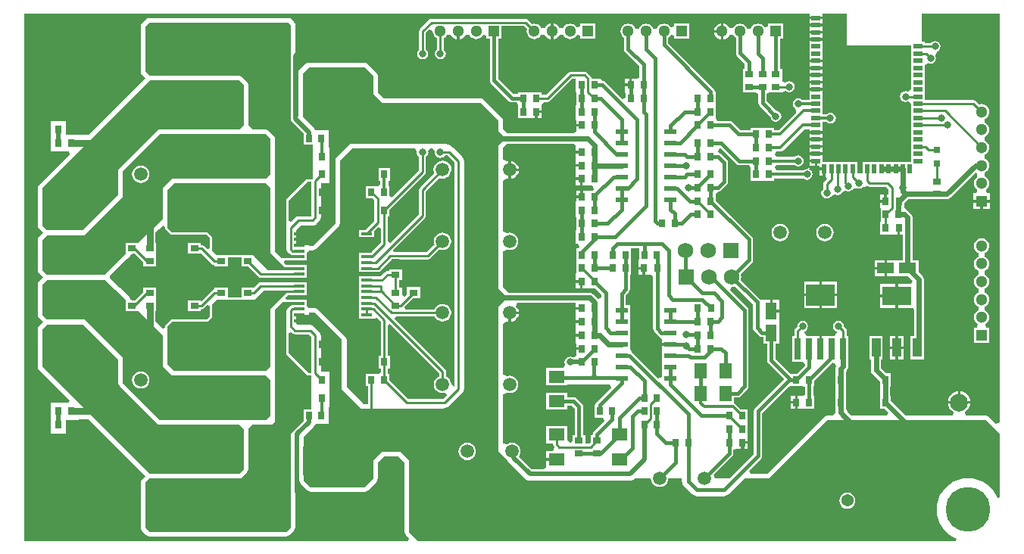
<source format=gtl>
G04 Layer_Physical_Order=1*
G04 Layer_Color=255*
%FSLAX42Y42*%
%MOMM*%
G71*
G01*
G75*
%ADD10R,0.80X0.80*%
%ADD11R,1.95X1.25*%
%ADD12R,1.25X1.95*%
%ADD13R,1.78X3.30*%
%ADD14R,10.21X3.51*%
%ADD15R,0.70X0.95*%
%ADD16R,0.95X0.70*%
%ADD17R,1.45X0.60*%
%ADD18R,0.67X0.90*%
%ADD19R,0.90X0.67*%
%ADD20R,1.40X1.80*%
%ADD21R,1.80X1.40*%
%ADD22R,1.00X0.60*%
%ADD23R,0.60X1.00*%
%ADD24R,1.17X0.30*%
%ADD25R,4.11X4.36*%
%ADD26R,1.00X2.15*%
%ADD27R,3.25X2.15*%
%ADD28R,0.70X2.40*%
%ADD29R,3.20X2.40*%
%ADD30C,0.25*%
%ADD31C,0.40*%
%ADD32C,0.51*%
%ADD33C,0.50*%
%ADD34C,0.80*%
%ADD35C,0.38*%
%ADD36C,0.60*%
%ADD37C,0.30*%
%ADD38C,5.00*%
%ADD39C,1.37*%
%ADD40R,1.37X1.37*%
%ADD41C,1.52*%
%ADD42C,1.30*%
%ADD43R,1.30X1.30*%
%ADD44R,1.30X1.30*%
%ADD45R,2.00X2.00*%
%ADD46C,2.00*%
%ADD47C,1.73*%
%ADD48R,1.73X1.73*%
%ADD49C,0.80*%
G36*
X4440Y5950D02*
X8825Y5950D01*
Y5915D01*
X8975D01*
Y5950D01*
X9239D01*
Y5615D01*
X9241Y5607D01*
X9245Y5600D01*
X9252Y5596D01*
X9260Y5594D01*
X9965D01*
Y5525D01*
Y5445D01*
Y5365D01*
Y5285D01*
Y5205D01*
Y5097D01*
X9925Y5076D01*
X9924Y5077D01*
X9900Y5081D01*
X9876Y5077D01*
X9857Y5063D01*
X9843Y5044D01*
X9839Y5020D01*
X9843Y4996D01*
X9857Y4977D01*
X9876Y4963D01*
X9900Y4959D01*
X9924Y4963D01*
X9925Y4964D01*
X9965Y4943D01*
Y4885D01*
Y4805D01*
Y4725D01*
Y4645D01*
Y4565D01*
Y4485D01*
Y4405D01*
Y4285D01*
X9420D01*
Y4160D01*
X9360D01*
Y4285D01*
X8975D01*
Y4365D01*
X8825D01*
Y4325D01*
Y4315D01*
X8900D01*
Y4300D01*
X8915D01*
Y4245D01*
X8935D01*
Y4225D01*
X8990D01*
Y4210D01*
X9005D01*
Y4131D01*
X9020Y4095D01*
X8993Y4067D01*
X8984Y4055D01*
X8981Y4040D01*
Y3987D01*
X8977Y3983D01*
X8963Y3964D01*
X8959Y3940D01*
X8963Y3916D01*
X8977Y3897D01*
X8996Y3883D01*
X9020Y3879D01*
X9044Y3883D01*
X9063Y3897D01*
X9072Y3909D01*
X9079Y3917D01*
X9116Y3923D01*
X9140Y3919D01*
X9164Y3923D01*
X9183Y3937D01*
X9192Y3949D01*
X9199Y3957D01*
X9236Y3963D01*
X9260Y3959D01*
X9284Y3963D01*
X9303Y3977D01*
X9307Y3982D01*
X9324Y3996D01*
X9356Y3993D01*
X9380Y3989D01*
X9404Y3993D01*
X9423Y4007D01*
X9427Y4012D01*
X9468Y4021D01*
X9476Y4020D01*
X9485Y4014D01*
X9500Y4011D01*
X9684D01*
X9711Y3984D01*
Y3923D01*
X9691D01*
Y3850D01*
X9676D01*
Y3835D01*
X9616D01*
Y3777D01*
X9616D01*
X9620Y3770D01*
Y3630D01*
X9616Y3623D01*
X9616D01*
Y3477D01*
X9737D01*
Y3477D01*
X9763D01*
Y3477D01*
X9809D01*
Y3550D01*
X9839D01*
Y3477D01*
X9866D01*
Y3188D01*
X9693D01*
Y3100D01*
Y3012D01*
X9931D01*
X9980Y2963D01*
X9963Y2923D01*
X9954D01*
X9815D01*
Y2790D01*
Y2657D01*
X9954D01*
X9988Y2657D01*
X9994Y2619D01*
Y2343D01*
X9955D01*
Y2077D01*
X10105D01*
Y2225D01*
X10106Y2230D01*
X10106Y2230D01*
Y2972D01*
X10102Y2994D01*
X10090Y3012D01*
X10090Y3012D01*
X10045Y3057D01*
Y3188D01*
X9979D01*
Y3667D01*
X9975Y3689D01*
X9962Y3707D01*
X9962Y3707D01*
X9930Y3740D01*
X9913Y3751D01*
X9887Y3774D01*
X9884Y3795D01*
Y3831D01*
X9926Y3872D01*
X10180D01*
Y3870D01*
X10320D01*
Y3872D01*
X10359D01*
X10359Y3872D01*
X10380Y3877D01*
X10399Y3889D01*
X10682Y4172D01*
X10690Y4170D01*
X10700Y4165D01*
X10703Y4147D01*
X10700Y4119D01*
X10689Y4111D01*
X10675Y4093D01*
X10667Y4072D01*
X10664Y4050D01*
X10667Y4028D01*
X10675Y4007D01*
X10689Y3989D01*
X10701Y3980D01*
X10697Y3956D01*
X10690Y3940D01*
X10660D01*
Y3865D01*
X10750D01*
X10840D01*
Y3940D01*
X10810D01*
X10803Y3956D01*
X10799Y3980D01*
X10811Y3989D01*
X10825Y4007D01*
X10833Y4028D01*
X10836Y4050D01*
X10833Y4072D01*
X10825Y4093D01*
X10811Y4111D01*
X10793Y4125D01*
X10781Y4129D01*
X10780Y4135D01*
Y4165D01*
X10781Y4171D01*
X10793Y4175D01*
X10811Y4189D01*
X10825Y4207D01*
X10833Y4228D01*
X10836Y4250D01*
X10833Y4272D01*
X10825Y4293D01*
X10811Y4311D01*
X10793Y4325D01*
X10781Y4329D01*
X10780Y4335D01*
Y4365D01*
X10781Y4371D01*
X10793Y4375D01*
X10811Y4389D01*
X10825Y4407D01*
X10833Y4428D01*
X10836Y4450D01*
X10833Y4472D01*
X10825Y4493D01*
X10811Y4511D01*
X10793Y4525D01*
X10781Y4529D01*
X10780Y4535D01*
Y4565D01*
X10781Y4571D01*
X10793Y4575D01*
X10811Y4589D01*
X10825Y4607D01*
X10833Y4628D01*
X10836Y4650D01*
X10833Y4672D01*
X10825Y4693D01*
X10811Y4711D01*
X10793Y4725D01*
X10781Y4729D01*
X10780Y4735D01*
Y4765D01*
X10781Y4771D01*
X10793Y4775D01*
X10811Y4789D01*
X10825Y4807D01*
X10833Y4828D01*
X10836Y4850D01*
X10833Y4872D01*
X10825Y4893D01*
X10811Y4911D01*
X10793Y4925D01*
X10772Y4933D01*
X10750Y4936D01*
X10728Y4933D01*
X10724Y4931D01*
X10687Y4967D01*
X10675Y4976D01*
X10660Y4979D01*
X10115D01*
Y5045D01*
Y5125D01*
Y5205D01*
Y5285D01*
Y5373D01*
X10155Y5394D01*
X10156Y5393D01*
X10180Y5389D01*
X10204Y5393D01*
X10223Y5407D01*
X10237Y5426D01*
X10241Y5450D01*
X10237Y5474D01*
X10232Y5480D01*
X10247Y5520D01*
X10249Y5522D01*
X10254Y5523D01*
X10273Y5537D01*
X10287Y5556D01*
X10291Y5580D01*
X10287Y5604D01*
X10273Y5623D01*
X10254Y5637D01*
X10230Y5641D01*
X10206Y5637D01*
X10187Y5623D01*
X10183Y5619D01*
X10115D01*
Y5635D01*
X10081D01*
Y5950D01*
X10950D01*
X10950Y1374D01*
X10913Y1359D01*
X10836Y1436D01*
X10820Y1447D01*
X10800Y1451D01*
X10572D01*
X10564Y1489D01*
X10564Y1491D01*
X10589Y1511D01*
X10610Y1537D01*
X10622Y1567D01*
X10625Y1585D01*
X10500D01*
X10375D01*
X10378Y1567D01*
X10390Y1537D01*
X10411Y1511D01*
X10436Y1491D01*
X10436Y1489D01*
X10428Y1451D01*
X9903D01*
X9734Y1619D01*
Y1673D01*
X9730D01*
Y1777D01*
X9734D01*
Y1923D01*
X9687D01*
X9626Y1983D01*
Y2077D01*
X9645D01*
Y2343D01*
X9495D01*
Y2077D01*
X9514D01*
Y1960D01*
X9514Y1960D01*
X9518Y1938D01*
X9530Y1920D01*
X9613Y1837D01*
Y1777D01*
X9617D01*
Y1673D01*
X9613D01*
Y1527D01*
X9667D01*
X9706Y1488D01*
X9691Y1451D01*
X9289D01*
X9248Y1492D01*
X9237Y1527D01*
X9237Y1527D01*
X9237D01*
X9237Y1527D01*
Y1673D01*
X9233D01*
Y1777D01*
X9237D01*
Y1923D01*
X9237D01*
X9241Y1961D01*
X9244Y1964D01*
X9244Y1964D01*
X9256Y1982D01*
X9260Y2004D01*
X9260Y2004D01*
Y2052D01*
X9264D01*
Y2343D01*
X9243D01*
Y2396D01*
X9240Y2411D01*
X9231Y2423D01*
X9210Y2445D01*
X9211Y2450D01*
X9207Y2474D01*
X9193Y2493D01*
X9174Y2507D01*
X9150Y2511D01*
X9126Y2507D01*
X9107Y2493D01*
X9093Y2474D01*
X9089Y2450D01*
X9093Y2426D01*
X9107Y2407D01*
X9126Y2393D01*
X9129Y2393D01*
X9133Y2380D01*
X9105Y2343D01*
X9050D01*
X9017Y2343D01*
Y2343D01*
X9010D01*
Y2343D01*
X8965D01*
Y2198D01*
X8935D01*
Y2343D01*
X8890D01*
Y2343D01*
X8883D01*
Y2343D01*
X8795Y2343D01*
X8767Y2380D01*
X8771Y2393D01*
X8774Y2393D01*
X8793Y2407D01*
X8807Y2426D01*
X8811Y2450D01*
X8807Y2474D01*
X8793Y2493D01*
X8774Y2507D01*
X8750Y2511D01*
X8726Y2507D01*
X8707Y2493D01*
X8693Y2474D01*
X8689Y2450D01*
X8690Y2445D01*
X8669Y2423D01*
X8660Y2411D01*
X8657Y2396D01*
Y2343D01*
X8636D01*
Y2052D01*
X8723D01*
X8756Y2052D01*
X8775Y2023D01*
X8775Y2012D01*
X8684Y1920D01*
X8620D01*
X8620Y1920D01*
Y1920D01*
X8590Y1945D01*
X8446Y2089D01*
Y2255D01*
X8488D01*
Y2500D01*
Y2607D01*
X8400D01*
Y2622D01*
X8385D01*
Y2745D01*
X8312D01*
Y2745D01*
X8274Y2749D01*
X8273Y2751D01*
X8273Y2751D01*
X8059Y2965D01*
X8062Y2972D01*
X8066Y3000D01*
X8062Y3028D01*
X8059Y3035D01*
X8183Y3159D01*
X8183Y3159D01*
X8193Y3174D01*
X8196Y3192D01*
X8196Y3192D01*
Y3421D01*
X8196Y3421D01*
X8193Y3439D01*
X8183Y3454D01*
X7780Y3857D01*
Y3920D01*
X7791Y3943D01*
X7800Y3954D01*
X7818Y3957D01*
X7833Y3967D01*
X7903Y4037D01*
X7903Y4037D01*
X7913Y4052D01*
X7916Y4070D01*
X7916Y4070D01*
Y4280D01*
X7916Y4280D01*
X7913Y4298D01*
X7903Y4313D01*
X7903Y4313D01*
X7833Y4383D01*
X7818Y4393D01*
X7811Y4394D01*
X7806Y4404D01*
X7824Y4439D01*
X7834Y4440D01*
X8007Y4267D01*
X8007Y4267D01*
X8022Y4257D01*
X8040Y4254D01*
X8040Y4254D01*
X8154D01*
X8170Y4220D01*
Y4080D01*
X8272D01*
X8312Y4080D01*
X8328Y4080D01*
X8430D01*
Y4105D01*
X8759D01*
X8776Y4093D01*
X8800Y4089D01*
X8824Y4093D01*
X8843Y4107D01*
X8857Y4126D01*
X8861Y4150D01*
X8857Y4174D01*
X8843Y4193D01*
X8824Y4207D01*
X8833Y4245D01*
X8885D01*
Y4285D01*
X8825D01*
Y4247D01*
X8815Y4208D01*
X8800Y4211D01*
X8776Y4207D01*
X8759Y4195D01*
X8460D01*
X8443Y4225D01*
X8460Y4255D01*
X8659D01*
X8676Y4243D01*
X8700Y4239D01*
X8724Y4243D01*
X8743Y4257D01*
X8757Y4276D01*
X8761Y4300D01*
X8757Y4324D01*
X8743Y4343D01*
X8724Y4357D01*
X8700Y4361D01*
X8676Y4357D01*
X8659Y4345D01*
X8460D01*
X8443Y4375D01*
X8460Y4405D01*
X8500D01*
X8517Y4408D01*
X8532Y4418D01*
X8769Y4655D01*
X8825D01*
Y4635D01*
X8975D01*
Y4645D01*
Y4735D01*
X9019D01*
X9036Y4723D01*
X9060Y4719D01*
X9084Y4723D01*
X9103Y4737D01*
X9117Y4756D01*
X9121Y4780D01*
X9117Y4804D01*
X9103Y4823D01*
X9084Y4837D01*
X9060Y4841D01*
X9036Y4837D01*
X9019Y4825D01*
X8975D01*
Y4885D01*
Y4965D01*
Y5045D01*
Y5085D01*
X8825D01*
Y5045D01*
Y4985D01*
X8741D01*
X8724Y4997D01*
X8700Y5001D01*
X8676Y4997D01*
X8657Y4983D01*
X8643Y4964D01*
X8639Y4940D01*
X8643Y4916D01*
X8657Y4897D01*
X8668Y4889D01*
X8678Y4856D01*
X8678Y4842D01*
X8481Y4645D01*
X8430D01*
Y4670D01*
X8328D01*
X8288Y4670D01*
X8272Y4670D01*
X8170D01*
Y4646D01*
X8049D01*
X7963Y4733D01*
X7948Y4743D01*
X7930Y4746D01*
X7930Y4746D01*
X7796D01*
X7780Y4780D01*
Y4890D01*
X7780Y4920D01*
X7780Y4960D01*
Y5070D01*
X7780Y5070D01*
X7764Y5096D01*
X7760Y5102D01*
X7754Y5111D01*
X7754Y5111D01*
X7246Y5619D01*
Y5678D01*
X7261Y5689D01*
X7275Y5707D01*
X7275Y5707D01*
X7315Y5699D01*
Y5665D01*
X7485D01*
Y5835D01*
X7315D01*
Y5801D01*
X7275Y5793D01*
X7275Y5793D01*
X7261Y5811D01*
X7243Y5825D01*
X7222Y5833D01*
X7200Y5836D01*
X7178Y5833D01*
X7157Y5825D01*
X7139Y5811D01*
X7125Y5793D01*
X7121Y5781D01*
X7115Y5780D01*
X7085D01*
X7079Y5781D01*
X7075Y5793D01*
X7061Y5811D01*
X7043Y5825D01*
X7022Y5833D01*
X7000Y5836D01*
X6978Y5833D01*
X6957Y5825D01*
X6939Y5811D01*
X6925Y5793D01*
X6921Y5781D01*
X6915Y5780D01*
X6885D01*
X6879Y5781D01*
X6875Y5793D01*
X6861Y5811D01*
X6843Y5825D01*
X6822Y5833D01*
X6800Y5836D01*
X6778Y5833D01*
X6757Y5825D01*
X6739Y5811D01*
X6725Y5793D01*
X6717Y5772D01*
X6714Y5750D01*
X6717Y5728D01*
X6725Y5707D01*
X6739Y5689D01*
X6754Y5678D01*
Y5550D01*
X6754Y5550D01*
X6757Y5532D01*
X6767Y5517D01*
X6925Y5360D01*
Y5227D01*
X6887Y5223D01*
X6873Y5223D01*
X6841D01*
Y5150D01*
X6826D01*
Y5135D01*
X6766D01*
Y5109D01*
X6766Y5077D01*
X6770Y5039D01*
Y5008D01*
X6733Y4993D01*
X6543Y5183D01*
X6528Y5193D01*
X6513Y5196D01*
X6484Y5223D01*
X6484Y5223D01*
X6484Y5223D01*
X6388D01*
X6386Y5235D01*
X6377Y5247D01*
X6337Y5287D01*
X6325Y5296D01*
X6310Y5299D01*
X6160D01*
X6145Y5296D01*
X6133Y5287D01*
X5884Y5039D01*
X5830D01*
Y5070D01*
X5728D01*
X5688Y5070D01*
X5672Y5070D01*
X5570D01*
Y5046D01*
X5519D01*
X5346Y5219D01*
Y5665D01*
X5385D01*
Y5811D01*
X5634D01*
X5669Y5776D01*
X5667Y5772D01*
X5664Y5750D01*
X5667Y5728D01*
X5675Y5707D01*
X5689Y5689D01*
X5707Y5675D01*
X5728Y5667D01*
X5750Y5664D01*
X5772Y5667D01*
X5793Y5675D01*
X5811Y5689D01*
X5825Y5707D01*
X5826Y5710D01*
X5869Y5710D01*
X5871Y5704D01*
X5886Y5686D01*
X5904Y5671D01*
X5926Y5662D01*
X5935Y5661D01*
Y5750D01*
Y5839D01*
X5926Y5838D01*
X5904Y5829D01*
X5886Y5814D01*
X5871Y5796D01*
X5869Y5790D01*
X5826Y5790D01*
X5825Y5793D01*
X5811Y5811D01*
X5793Y5825D01*
X5772Y5833D01*
X5750Y5836D01*
X5728Y5833D01*
X5724Y5831D01*
X5677Y5877D01*
X5665Y5886D01*
X5650Y5889D01*
X4600D01*
X4585Y5886D01*
X4573Y5877D01*
X4473Y5777D01*
X4464Y5765D01*
X4461Y5750D01*
Y5547D01*
X4457Y5543D01*
X4443Y5524D01*
X4439Y5500D01*
X4443Y5476D01*
X4457Y5457D01*
X4476Y5443D01*
X4500Y5439D01*
X4524Y5443D01*
X4543Y5457D01*
X4557Y5476D01*
X4561Y5500D01*
X4557Y5524D01*
X4543Y5543D01*
X4539Y5547D01*
Y5734D01*
X4576Y5772D01*
X4614Y5753D01*
X4614Y5750D01*
X4617Y5728D01*
X4625Y5707D01*
X4639Y5689D01*
X4657Y5675D01*
X4661Y5674D01*
Y5547D01*
X4657Y5543D01*
X4643Y5524D01*
X4639Y5500D01*
X4643Y5476D01*
X4657Y5457D01*
X4676Y5443D01*
X4700Y5439D01*
X4724Y5443D01*
X4743Y5457D01*
X4757Y5476D01*
X4761Y5500D01*
X4757Y5524D01*
X4743Y5543D01*
X4739Y5547D01*
Y5674D01*
X4743Y5675D01*
X4761Y5689D01*
X4775Y5707D01*
X4776Y5710D01*
X4819Y5710D01*
X4821Y5704D01*
X4836Y5686D01*
X4854Y5671D01*
X4876Y5662D01*
X4885Y5661D01*
Y5750D01*
X4915D01*
Y5661D01*
X4924Y5662D01*
X4946Y5671D01*
X4964Y5686D01*
X4979Y5704D01*
X4981Y5710D01*
X5024Y5710D01*
X5025Y5707D01*
X5039Y5689D01*
X5057Y5675D01*
X5078Y5667D01*
X5100Y5664D01*
X5122Y5667D01*
X5143Y5675D01*
X5161Y5689D01*
X5175Y5707D01*
X5175Y5707D01*
X5215Y5699D01*
Y5665D01*
X5254D01*
Y5200D01*
X5254Y5200D01*
X5257Y5182D01*
X5267Y5167D01*
X5467Y4967D01*
X5467Y4967D01*
X5482Y4957D01*
X5500Y4954D01*
X5500Y4954D01*
X5554D01*
X5570Y4920D01*
Y4780D01*
X5672D01*
X5712Y4780D01*
X5728Y4780D01*
X5756D01*
Y4850D01*
X5771D01*
Y4865D01*
X5830D01*
Y4890D01*
X5830Y4933D01*
X5858Y4961D01*
X5900D01*
X5915Y4964D01*
X5927Y4973D01*
X6176Y5221D01*
X6216Y5221D01*
Y5077D01*
X6216D01*
X6220Y5070D01*
Y4930D01*
X6216Y4923D01*
X6216D01*
Y4809D01*
X6216Y4777D01*
X6220Y4739D01*
Y4715D01*
X6279D01*
Y4685D01*
X6220D01*
Y4646D01*
X6220Y4630D01*
X6189Y4606D01*
X5449D01*
X5446Y4611D01*
X5401Y4656D01*
X5401Y4750D01*
X5397Y4770D01*
X5386Y4786D01*
X5186Y4986D01*
X5170Y4997D01*
X5150Y5001D01*
X4071D01*
X4001Y5071D01*
X4001Y5250D01*
X3997Y5270D01*
X3986Y5286D01*
X3886Y5386D01*
X3870Y5397D01*
X3850Y5401D01*
X3230Y5401D01*
X3210Y5397D01*
X3194Y5386D01*
X3126Y5319D01*
X3115Y5302D01*
X3112Y5282D01*
Y5269D01*
X3111D01*
Y4839D01*
X3112D01*
Y4801D01*
X3097Y4789D01*
X3084Y4784D01*
X3079Y4787D01*
Y5471D01*
X3080Y5475D01*
Y5480D01*
X3081Y5485D01*
Y5820D01*
X3077Y5840D01*
X3066Y5856D01*
X3036Y5886D01*
X3020Y5897D01*
X3000Y5901D01*
X1450Y5901D01*
X1430Y5897D01*
X1414Y5886D01*
X1364Y5836D01*
X1353Y5820D01*
X1349Y5800D01*
X1349Y5300D01*
X1353Y5280D01*
X1364Y5264D01*
X1403Y5225D01*
X769Y4591D01*
X655D01*
Y4595D01*
X511D01*
Y4747D01*
X341D01*
Y4552D01*
X345D01*
Y4405D01*
X544D01*
X555Y4377D01*
X214Y4036D01*
X203Y4020D01*
X199Y4000D01*
X199Y3580D01*
X203Y3560D01*
X214Y3544D01*
X258Y3500D01*
X214Y3456D01*
X203Y3440D01*
X199Y3420D01*
X199Y3080D01*
X203Y3060D01*
X214Y3044D01*
X258Y3000D01*
X214Y2956D01*
X203Y2940D01*
X199Y2920D01*
X199Y2580D01*
X203Y2560D01*
X214Y2544D01*
X258Y2500D01*
X214Y2456D01*
X203Y2440D01*
X199Y2420D01*
Y2000D01*
X203Y1980D01*
X214Y1964D01*
X555Y1623D01*
X544Y1595D01*
X345D01*
Y1448D01*
X341D01*
Y1252D01*
X511D01*
Y1405D01*
X655D01*
Y1409D01*
X769D01*
X1403Y775D01*
X1364Y736D01*
X1353Y720D01*
X1349Y700D01*
X1349Y200D01*
X1353Y180D01*
X1364Y164D01*
X1414Y114D01*
X1430Y103D01*
X1450Y99D01*
X2975Y99D01*
X2995Y103D01*
X3011Y114D01*
X3061Y164D01*
X3072Y180D01*
X3076Y200D01*
X3076Y1227D01*
X3105Y1257D01*
X3129Y1238D01*
X3125Y1218D01*
Y1161D01*
X3111D01*
Y731D01*
X3125D01*
Y724D01*
X3129Y704D01*
X3140Y688D01*
X3214Y614D01*
X3230Y603D01*
X3250Y599D01*
X3855D01*
X3874Y603D01*
X3891Y614D01*
X3986Y709D01*
X3997Y726D01*
X4001Y745D01*
Y929D01*
X4069Y997D01*
X4231Y997D01*
X4299Y929D01*
X4299Y150D01*
X4303Y130D01*
X4314Y114D01*
X4350Y78D01*
X4339Y50D01*
X50Y50D01*
Y5950D01*
X4440Y5950D01*
Y5950D01*
D02*
G37*
G36*
X2500Y5150D02*
Y4700D01*
X2451Y4651D01*
X1564Y4651D01*
X1559Y4650D01*
X1550D01*
X1548Y4648D01*
X1545Y4647D01*
X1528Y4636D01*
X1114Y4222D01*
X1103Y4205D01*
X1102Y4202D01*
X1100Y4200D01*
Y4191D01*
X1099Y4186D01*
X1099Y3921D01*
X708Y3530D01*
X300Y3530D01*
X250Y3580D01*
X250Y4000D01*
X1450Y5200D01*
X2450D01*
X2500Y5150D01*
D02*
G37*
G36*
X6216Y4473D02*
X6216Y4454D01*
Y4415D01*
X6276D01*
Y4385D01*
X6216D01*
Y4363D01*
X6216Y4327D01*
X6216Y4287D01*
Y4265D01*
X6276D01*
Y4235D01*
X6216D01*
Y4213D01*
X6216Y4177D01*
X6216Y4137D01*
Y4115D01*
X6276D01*
Y4100D01*
X6291D01*
Y4027D01*
X6323D01*
X6363Y4027D01*
X6377Y4027D01*
X6395D01*
X6415Y3987D01*
X6402Y3970D01*
X6338Y3970D01*
X6322Y3970D01*
X6294D01*
Y3900D01*
X6279D01*
Y3885D01*
X6220D01*
Y3861D01*
X6216Y3823D01*
X6216Y3791D01*
Y3677D01*
X6216D01*
X6220Y3670D01*
Y3530D01*
X6216Y3523D01*
X6216D01*
Y3377D01*
X6235D01*
X6255Y3337D01*
X6242Y3320D01*
X6220D01*
Y3180D01*
X6220D01*
Y3170D01*
X6220D01*
Y3061D01*
X6216Y3023D01*
X6216Y3023D01*
X6216Y3023D01*
Y2965D01*
X6276D01*
Y2950D01*
X6291D01*
Y2877D01*
X6337D01*
X6337Y2877D01*
X6363D01*
Y2877D01*
X6377Y2877D01*
X6431D01*
X6503Y2806D01*
X6499Y2770D01*
X6477Y2762D01*
X6463Y2757D01*
X6410Y2810D01*
X6392Y2822D01*
X6370Y2826D01*
X6370Y2826D01*
X5466D01*
X5401Y2891D01*
Y3285D01*
X5407Y3292D01*
X5441Y3310D01*
X5450Y3306D01*
X5475Y3303D01*
X5500Y3306D01*
X5524Y3316D01*
X5544Y3331D01*
X5559Y3351D01*
X5569Y3375D01*
X5572Y3400D01*
X5569Y3425D01*
X5559Y3449D01*
X5544Y3469D01*
X5524Y3484D01*
X5500Y3494D01*
X5475Y3497D01*
X5450Y3494D01*
X5441Y3490D01*
X5407Y3508D01*
X5401Y3515D01*
Y4079D01*
X5404Y4084D01*
X5441Y4104D01*
X5448Y4101D01*
X5460Y4099D01*
Y4200D01*
Y4301D01*
X5448Y4299D01*
X5441Y4296D01*
X5421Y4303D01*
X5405Y4315D01*
X5401Y4321D01*
X5401Y4449D01*
X5446Y4494D01*
X6184D01*
X6216Y4473D01*
D02*
G37*
G36*
X2800Y4000D02*
X2800Y3270D01*
X2958Y3112D01*
X3065Y3112D01*
X3173D01*
Y3080D01*
X2770Y3080D01*
X2623Y3227D01*
Y3237D01*
X2613D01*
X2600Y3250D01*
X2200D01*
X2150Y3300D01*
Y3450D01*
X2100Y3500D01*
X1700Y3500D01*
X1650Y3550D01*
Y3642D01*
X1651Y3646D01*
X1651Y3647D01*
X1651Y3647D01*
X1651Y3979D01*
X1721Y4049D01*
X2750Y4049D01*
D01*
X2750D01*
X2751Y4049D01*
X2800Y4000D01*
D02*
G37*
G36*
X3261Y3686D02*
X3254Y3679D01*
X3110D01*
X3103Y3678D01*
X3095Y3676D01*
X3095Y3676D01*
X3083Y3667D01*
X3034Y3619D01*
X3006Y3630D01*
X3006Y3859D01*
X3211Y4064D01*
X3261Y4064D01*
Y3686D01*
D02*
G37*
G36*
X4011Y4439D02*
D01*
X4289Y4439D01*
D01*
X4414Y4439D01*
X4422Y4431D01*
X4435Y4409D01*
X4435Y4404D01*
X4434Y4400D01*
X4436Y4383D01*
X4443Y4367D01*
X4453Y4353D01*
X4461Y4347D01*
Y4195D01*
X4160Y3894D01*
X4130Y3906D01*
Y4020D01*
X4119D01*
Y4077D01*
X4134D01*
Y4223D01*
X4013D01*
Y4077D01*
X4028D01*
Y4044D01*
X4012Y4020D01*
X3988D01*
Y4020D01*
X3982Y4020D01*
X3870D01*
Y3880D01*
X3944D01*
X3961Y3863D01*
Y3626D01*
X3863Y3528D01*
X3793D01*
Y3447D01*
X3961D01*
Y3516D01*
X4002Y3558D01*
X4032Y3545D01*
Y3382D01*
X3918Y3268D01*
X3793D01*
Y3187D01*
Y3122D01*
Y3057D01*
X3961D01*
Y3059D01*
X4001D01*
X4016Y3062D01*
X4029Y3070D01*
X4157Y3199D01*
X4563D01*
X4578Y3202D01*
X4590Y3210D01*
X4686Y3306D01*
X4690Y3310D01*
X4700Y3306D01*
X4725Y3303D01*
X4750Y3306D01*
X4774Y3316D01*
X4794Y3331D01*
X4809Y3351D01*
X4819Y3375D01*
X4821Y3391D01*
X4826Y3391D01*
X4827Y3400D01*
X4826Y3409D01*
X4821Y3409D01*
X4819Y3425D01*
X4809Y3449D01*
X4794Y3469D01*
X4774Y3484D01*
X4750Y3494D01*
X4725Y3497D01*
X4700Y3494D01*
X4676Y3484D01*
X4656Y3469D01*
X4641Y3449D01*
X4631Y3425D01*
X4628Y3400D01*
X4631Y3375D01*
X4635Y3365D01*
X4631Y3361D01*
X4547Y3277D01*
X4181D01*
X4169Y3304D01*
X4350Y3485D01*
X4527Y3663D01*
X4536Y3675D01*
X4539Y3690D01*
Y3959D01*
X4600Y4020D01*
X4690Y4110D01*
X4700Y4106D01*
X4725Y4103D01*
X4750Y4106D01*
X4774Y4116D01*
X4794Y4131D01*
X4809Y4151D01*
X4819Y4175D01*
X4821Y4191D01*
X4826Y4191D01*
X4827Y4200D01*
X4824Y4227D01*
X4814Y4251D01*
X4797Y4272D01*
X4776Y4289D01*
X4752Y4299D01*
X4725Y4302D01*
X4698Y4299D01*
X4674Y4289D01*
X4653Y4272D01*
X4636Y4251D01*
X4626Y4227D01*
X4623Y4200D01*
X4626Y4173D01*
X4631Y4161D01*
X4473Y4002D01*
X4464Y3990D01*
X4461Y3975D01*
Y3706D01*
X4140Y3385D01*
X4110Y3397D01*
Y3680D01*
X4130D01*
Y3754D01*
X4527Y4151D01*
X4536Y4164D01*
X4539Y4179D01*
Y4347D01*
X4547Y4353D01*
X4557Y4367D01*
X4564Y4383D01*
X4566Y4400D01*
X4565Y4409D01*
X4578Y4430D01*
X4587Y4439D01*
X4613Y4439D01*
X4622Y4430D01*
X4635Y4409D01*
X4634Y4400D01*
X4636Y4383D01*
X4643Y4367D01*
X4653Y4353D01*
X4667Y4343D01*
X4683Y4336D01*
X4700Y4334D01*
X4717Y4336D01*
X4733Y4343D01*
X4747Y4353D01*
X4753Y4361D01*
X4784D01*
X4861Y4284D01*
Y1780D01*
X4855Y1776D01*
X4827Y1795D01*
X4827Y1800D01*
X4826Y1809D01*
X4821Y1809D01*
X4819Y1825D01*
X4809Y1849D01*
X4794Y1869D01*
X4774Y1884D01*
X4764Y1888D01*
Y1894D01*
Y1945D01*
X4761Y1960D01*
X4752Y1972D01*
X4350Y2375D01*
X4192Y2533D01*
X4203Y2561D01*
X4637D01*
X4641Y2551D01*
X4656Y2531D01*
X4676Y2516D01*
X4700Y2506D01*
X4725Y2503D01*
X4750Y2506D01*
X4774Y2516D01*
X4794Y2531D01*
X4809Y2551D01*
X4819Y2575D01*
X4821Y2591D01*
X4826Y2591D01*
X4827Y2600D01*
X4826Y2609D01*
X4821Y2609D01*
X4819Y2625D01*
X4809Y2649D01*
X4794Y2669D01*
X4774Y2684D01*
X4750Y2694D01*
X4725Y2697D01*
X4700Y2694D01*
X4676Y2684D01*
X4656Y2669D01*
X4641Y2649D01*
X4637Y2639D01*
X4310D01*
X4298Y2669D01*
X4350Y2721D01*
X4395Y2766D01*
X4473D01*
Y2887D01*
Y2887D01*
X4327D01*
Y2808D01*
X4300Y2782D01*
X4270Y2794D01*
Y2880D01*
X4239D01*
Y2970D01*
X4270D01*
Y3088D01*
X4130D01*
Y3068D01*
X4109D01*
X4094Y3065D01*
X4081Y3056D01*
X4031Y3006D01*
X3961D01*
Y3008D01*
X3793D01*
Y2927D01*
Y2862D01*
Y2797D01*
Y2732D01*
Y2667D01*
Y2602D01*
Y2537D01*
X3961D01*
Y2537D01*
X3987Y2548D01*
X4035Y2500D01*
Y2123D01*
X4013D01*
Y1977D01*
X4035D01*
Y1938D01*
X4012Y1920D01*
X3988D01*
Y1920D01*
X3870D01*
Y1780D01*
X3890D01*
Y1581D01*
X3841D01*
X3835Y1587D01*
D01*
X3651Y1771D01*
X3651Y2300D01*
X3647Y2320D01*
X3636Y2336D01*
X3336Y2636D01*
X3320Y2647D01*
X3300Y2651D01*
X3231D01*
D01*
X3228Y2653D01*
X3207Y2677D01*
Y2748D01*
X3163D01*
X3163Y2748D01*
X3161Y2748D01*
X3160Y2748D01*
X3069D01*
X3065Y2748D01*
X3065Y2748D01*
X3065Y2748D01*
X3039Y2748D01*
Y2748D01*
X2982Y2747D01*
X2970Y2775D01*
X2992Y2797D01*
X3175Y2797D01*
X3176Y2797D01*
X3207D01*
Y2862D01*
Y2943D01*
X3039D01*
Y2941D01*
X2692D01*
X2678Y2938D01*
X2665Y2930D01*
X2619Y2884D01*
X2477D01*
Y2776D01*
X2323D01*
Y2884D01*
X2177D01*
Y2863D01*
X2174D01*
X2159Y2860D01*
X2146Y2851D01*
X2029Y2734D01*
X2020Y2738D01*
Y2738D01*
X1880D01*
Y2620D01*
X2020D01*
Y2640D01*
X2029D01*
X2044Y2643D01*
X2056Y2651D01*
X2094Y2689D01*
X2124Y2677D01*
Y2561D01*
X2089Y2526D01*
X1700Y2526D01*
X1690Y2524D01*
X1682Y2518D01*
X1632Y2468D01*
X1626Y2460D01*
X1624Y2450D01*
Y2438D01*
X1597Y2426D01*
X1516Y2502D01*
Y2620D01*
X1520D01*
Y2732D01*
X1520Y2738D01*
X1520D01*
Y2762D01*
X1520D01*
Y2880D01*
X1380D01*
Y2835D01*
X1282Y2737D01*
X1266D01*
X1238Y2745D01*
X1236Y2754D01*
X1234Y2764D01*
X1234Y2764D01*
X1234Y2764D01*
X1228Y2772D01*
X1223Y2780D01*
X1223Y2780D01*
X1222Y2781D01*
X1007Y2985D01*
Y3015D01*
X1204Y3202D01*
X1222Y3219D01*
X1223Y3220D01*
X1223Y3220D01*
X1228Y3228D01*
X1234Y3236D01*
X1234Y3236D01*
X1234Y3236D01*
X1235Y3239D01*
X1236Y3246D01*
X1238Y3255D01*
X1266Y3263D01*
X1282D01*
X1380Y3165D01*
Y3120D01*
X1520D01*
Y3232D01*
X1520Y3238D01*
X1520D01*
Y3262D01*
X1520D01*
Y3380D01*
X1516D01*
Y3498D01*
X1552Y3532D01*
X1571Y3549D01*
D01*
X1597Y3574D01*
X1624Y3562D01*
Y3550D01*
X1626Y3540D01*
X1632Y3532D01*
X1682Y3482D01*
X1690Y3476D01*
X1700Y3474D01*
X2089Y3474D01*
X2124Y3439D01*
Y3323D01*
X2094Y3311D01*
X2056Y3349D01*
X2044Y3357D01*
X2029Y3360D01*
X2020D01*
Y3380D01*
X1880D01*
Y3262D01*
X2020D01*
Y3262D01*
X2029Y3266D01*
X2146Y3149D01*
X2159Y3140D01*
X2174Y3137D01*
X2177D01*
Y3116D01*
X2323D01*
Y3224D01*
X2477D01*
Y3116D01*
X2555D01*
X2666Y3005D01*
X2679Y2997D01*
X2694Y2994D01*
X3039D01*
Y2992D01*
X3207D01*
Y3057D01*
Y3138D01*
X3174D01*
X3173Y3138D01*
X3065D01*
X2971Y3138D01*
X2953Y3160D01*
X2964Y3187D01*
X3180D01*
X3181Y3187D01*
X3207D01*
Y3273D01*
X3231Y3299D01*
Y3299D01*
X3275D01*
X3295Y3303D01*
X3311Y3314D01*
X3561Y3564D01*
X3572Y3580D01*
X3576Y3600D01*
Y3650D01*
X3576Y4304D01*
X3629Y4357D01*
X3711Y4439D01*
D01*
X4011Y4439D01*
D02*
G37*
G36*
X2750Y4600D02*
X2800Y4550D01*
X2800Y4150D01*
X2750Y4100D01*
X1700Y4100D01*
X1600Y4000D01*
X1600Y3647D01*
X1316Y3379D01*
X1182D01*
Y3269D01*
X1182D01*
X1187Y3256D01*
X948Y3030D01*
X300Y3030D01*
X250Y3080D01*
X250Y3420D01*
X300Y3470D01*
X720Y3470D01*
X1150Y3900D01*
X1150Y4186D01*
X1564Y4600D01*
X2750Y4600D01*
D02*
G37*
G36*
X3000Y5850D02*
X3030Y5820D01*
Y5485D01*
X3028Y5476D01*
Y4770D01*
Y4770D01*
Y4770D01*
X3030Y4762D01*
X3032Y4750D01*
X3032Y4750D01*
Y4750D01*
X3037Y4743D01*
X3043Y4733D01*
X3043Y4733D01*
X3043Y4733D01*
X3170Y4607D01*
Y4480D01*
X3270D01*
X3270Y4100D01*
X3264Y4091D01*
X3264Y4090D01*
X3200Y4090D01*
X2980Y3870D01*
X2980Y3306D01*
X2980Y3306D01*
X2984Y3295D01*
X2995Y3275D01*
X3012Y3260D01*
X3033Y3250D01*
X3045Y3248D01*
X3180Y3248D01*
Y3212D01*
X2925D01*
X2850Y3288D01*
Y4145D01*
X2851Y4150D01*
Y4150D01*
D01*
D01*
X2851Y4550D01*
X2848Y4566D01*
X2847Y4570D01*
X2836Y4586D01*
X2786Y4636D01*
X2770Y4647D01*
X2750Y4651D01*
X2599D01*
X2551Y4699D01*
X2551Y4700D01*
Y5150D01*
X2547Y5170D01*
X2536Y5186D01*
X2486Y5236D01*
X2470Y5247D01*
X2450Y5251D01*
X2450D01*
D01*
X1450D01*
X1449Y5251D01*
X1400Y5300D01*
X1400Y5800D01*
X1450Y5850D01*
X3000Y5850D01*
D02*
G37*
G36*
X3174Y2706D02*
X3170Y2692D01*
X3065Y2692D01*
X3050Y2691D01*
X3023Y2682D01*
X3000Y2664D01*
X2987Y2643D01*
X2985Y2640D01*
X2980Y2626D01*
X2980D01*
X2980Y2607D01*
X2980Y2606D01*
X2980Y2135D01*
X3217Y1897D01*
X3260D01*
Y1520D01*
X3170D01*
Y1396D01*
X3025Y1247D01*
X3025Y200D01*
X2975Y150D01*
X1450Y150D01*
X1400Y200D01*
X1400Y700D01*
X1449Y749D01*
X1450Y749D01*
X2450D01*
X2470Y753D01*
X2486Y764D01*
X2536Y814D01*
X2547Y830D01*
X2551Y850D01*
Y1300D01*
X2551Y1301D01*
X2599Y1349D01*
X2750D01*
X2755Y1350D01*
X2815Y1350D01*
X2850Y1385D01*
Y1445D01*
X2851Y1450D01*
X2851Y1850D01*
X2850Y1855D01*
Y2638D01*
X2932Y2720D01*
X3065Y2723D01*
X3160D01*
X3174Y2706D01*
D02*
G37*
G36*
X6216Y2665D02*
X6276D01*
Y2635D01*
X6216D01*
Y2613D01*
X6216Y2577D01*
X6216Y2537D01*
Y2515D01*
X6276D01*
Y2485D01*
X6216D01*
Y2463D01*
X6216Y2427D01*
X6216Y2387D01*
Y2365D01*
X6276D01*
Y2335D01*
X6216D01*
Y2309D01*
X6216Y2277D01*
X6220Y2239D01*
Y2215D01*
X6279D01*
Y2185D01*
X6220D01*
Y2130D01*
X6196Y2106D01*
X6180Y2103D01*
X6174Y2107D01*
X6150Y2111D01*
X6126Y2107D01*
X6107Y2093D01*
X6093Y2074D01*
X6089Y2050D01*
X6093Y2026D01*
X6096Y2023D01*
X6075Y1983D01*
X5885D01*
Y1792D01*
X6115D01*
Y1798D01*
X6590D01*
X6606Y1761D01*
X6446Y1601D01*
X6436Y1586D01*
X6433Y1570D01*
X6420D01*
Y1430D01*
X6518D01*
X6534Y1390D01*
X6417Y1273D01*
X6407Y1258D01*
X6404Y1240D01*
X6380Y1230D01*
Y1156D01*
X6363Y1139D01*
X6320D01*
Y1230D01*
X6296D01*
Y1550D01*
X6296Y1550D01*
X6293Y1568D01*
X6283Y1583D01*
X6220Y1645D01*
X6205Y1655D01*
X6188Y1659D01*
X6188Y1659D01*
X6115D01*
Y1708D01*
X5885D01*
Y1517D01*
X6115D01*
Y1566D01*
X6168D01*
X6204Y1531D01*
Y1230D01*
X6180D01*
Y1167D01*
X6155Y1151D01*
X6115Y1171D01*
Y1333D01*
X5885D01*
Y1142D01*
X5961D01*
Y1130D01*
X5964Y1115D01*
X5973Y1103D01*
X5977Y1098D01*
X5961Y1058D01*
X5885D01*
Y978D01*
X6000D01*
Y948D01*
X5885D01*
Y891D01*
X5885Y867D01*
X5851Y851D01*
X5721D01*
X5579Y994D01*
X5584Y1001D01*
X5594Y1025D01*
X5597Y1050D01*
X5594Y1075D01*
X5584Y1099D01*
X5569Y1119D01*
X5549Y1134D01*
X5525Y1144D01*
X5500Y1147D01*
X5475Y1144D01*
X5451Y1134D01*
X5441Y1126D01*
X5408Y1138D01*
X5401Y1144D01*
Y1685D01*
X5407Y1692D01*
X5441Y1710D01*
X5450Y1706D01*
X5475Y1703D01*
X5500Y1706D01*
X5524Y1716D01*
X5544Y1731D01*
X5559Y1751D01*
X5569Y1775D01*
X5572Y1800D01*
X5569Y1825D01*
X5559Y1849D01*
X5544Y1869D01*
X5524Y1884D01*
X5500Y1894D01*
X5475Y1897D01*
X5450Y1894D01*
X5441Y1890D01*
X5407Y1908D01*
X5401Y1915D01*
Y2479D01*
X5404Y2484D01*
X5441Y2504D01*
X5448Y2501D01*
X5460Y2499D01*
Y2600D01*
X5475D01*
Y2615D01*
X5576D01*
X5574Y2627D01*
X5564Y2651D01*
X5547Y2672D01*
X5546Y2674D01*
X5560Y2714D01*
X6216D01*
Y2665D01*
D02*
G37*
G36*
X3175Y2823D02*
X3014Y2823D01*
X2981D01*
X2800Y2641D01*
X2800Y2000D01*
X2751Y1951D01*
X2750Y1951D01*
X2750D01*
D01*
X1721Y1951D01*
X1651Y2021D01*
X1651Y2353D01*
X1651Y2353D01*
X1651Y2354D01*
X1650Y2358D01*
Y2450D01*
X1700Y2500D01*
X2100Y2500D01*
X2150Y2550D01*
Y2700D01*
X2200Y2750D01*
X2624D01*
X2726Y2852D01*
X3175D01*
Y2823D01*
D02*
G37*
G36*
X3048Y2373D02*
X3055Y2367D01*
X3060Y2364D01*
X3060Y2364D01*
X3060Y2364D01*
X3068Y2363D01*
X3075Y2361D01*
X3234D01*
X3261Y2334D01*
Y1952D01*
X3260Y1924D01*
X3233Y1923D01*
X3228D01*
X3006Y2146D01*
X3006Y2375D01*
X3034Y2386D01*
X3048Y2373D01*
D02*
G37*
G36*
X6920Y3320D02*
Y3211D01*
X6916Y3173D01*
X6916Y3141D01*
Y3115D01*
X6976D01*
Y3100D01*
X6991D01*
Y3027D01*
X7023D01*
X7063Y3027D01*
X7077Y3013D01*
Y2426D01*
X7077Y2426D01*
X7081Y2409D01*
X7091Y2394D01*
X7140Y2344D01*
X7152Y2336D01*
X7164Y2320D01*
X7174Y2303D01*
X7175Y2293D01*
X7175Y2282D01*
Y2265D01*
X7272D01*
Y2235D01*
X7175D01*
Y2195D01*
X7175Y2155D01*
Y2068D01*
X7175D01*
Y2051D01*
X7175D01*
Y1941D01*
X7175D01*
Y1924D01*
X7175D01*
Y1883D01*
X7138Y1868D01*
X6850Y2156D01*
X6841Y2161D01*
X6825Y2195D01*
Y2282D01*
X6825Y2305D01*
X6825Y2345D01*
X6825Y2432D01*
X6825Y2472D01*
Y2559D01*
X6825D01*
Y2576D01*
X6825D01*
Y2686D01*
X6774D01*
Y2798D01*
X6806Y2831D01*
X6817Y2846D01*
X6820Y2864D01*
X6820Y2864D01*
Y3027D01*
X6834D01*
Y3173D01*
X6834D01*
X6830Y3180D01*
Y3284D01*
X6830Y3320D01*
X6869Y3324D01*
X6881D01*
X6920Y3320D01*
D02*
G37*
G36*
X6441Y1909D02*
X6461Y1889D01*
X6728D01*
Y1849D01*
X6019D01*
Y1889D01*
X6381D01*
X6401Y1909D01*
Y2050D01*
X6441D01*
Y1909D01*
D02*
G37*
G36*
X4387Y2228D02*
X4686Y1929D01*
Y1888D01*
X4676Y1884D01*
X4656Y1869D01*
X4641Y1849D01*
X4631Y1825D01*
X4628Y1800D01*
X4631Y1775D01*
X4641Y1751D01*
X4656Y1731D01*
X4676Y1716D01*
X4700Y1706D01*
X4725Y1703D01*
X4744Y1705D01*
X4748Y1700D01*
X4752Y1701D01*
X4755Y1703D01*
X4772Y1677D01*
X4764Y1669D01*
X4734Y1639D01*
X4337D01*
X4130Y1846D01*
Y1920D01*
X4113D01*
Y1977D01*
X4134D01*
Y2123D01*
X4113D01*
Y2463D01*
X4140Y2475D01*
X4387Y2228D01*
D02*
G37*
G36*
X3950Y5250D02*
X3950Y5050D01*
X4050Y4950D01*
X5150D01*
X5350Y4750D01*
X5350Y4635D01*
X5410Y4575D01*
Y4530D01*
X5350Y4470D01*
X5350Y4310D01*
Y2870D01*
X5450Y2770D01*
X5350Y2670D01*
Y1048D01*
X5450Y952D01*
X5454Y942D01*
X5467Y927D01*
X5647Y747D01*
X5647Y747D01*
X5662Y734D01*
X5680Y727D01*
X5700Y724D01*
X6820D01*
X6840Y727D01*
X6858Y734D01*
X6873Y747D01*
X6877Y750D01*
X7053D01*
X7056Y725D01*
X7066Y701D01*
X7081Y681D01*
X7101Y666D01*
X7125Y656D01*
X7150Y653D01*
X7175Y656D01*
X7199Y666D01*
X7219Y681D01*
X7234Y701D01*
X7244Y725D01*
X7247Y747D01*
X7250Y750D01*
X7401D01*
Y713D01*
X7403Y695D01*
X7410Y678D01*
X7421Y663D01*
X7514Y570D01*
X7529Y559D01*
X7546Y552D01*
X7564Y549D01*
X7870D01*
X7888Y552D01*
X7905Y559D01*
X7920Y570D01*
X8100Y750D01*
X8375D01*
X9025Y1400D01*
X10800D01*
X10950Y1250D01*
X10950Y536D01*
X10925Y531D01*
X10913Y559D01*
X10884Y606D01*
X10848Y648D01*
X10806Y684D01*
X10759Y713D01*
X10708Y734D01*
X10655Y747D01*
X10600Y751D01*
X10545Y747D01*
X10492Y734D01*
X10441Y713D01*
X10394Y684D01*
X10352Y648D01*
X10316Y606D01*
X10287Y559D01*
X10266Y508D01*
X10253Y455D01*
X10249Y400D01*
X10253Y345D01*
X10266Y292D01*
X10287Y241D01*
X10316Y194D01*
X10352Y152D01*
X10394Y116D01*
X10441Y87D01*
X10469Y75D01*
X10464Y50D01*
X4450D01*
X4350Y150D01*
X4350Y950D01*
X4252Y1048D01*
X4048Y1048D01*
X3950Y950D01*
Y745D01*
X3855Y650D01*
X3250D01*
X3176Y724D01*
Y1218D01*
X3283Y1325D01*
X3295Y1341D01*
X3297Y1347D01*
X3305Y1355D01*
X3455D01*
Y1545D01*
X3459Y1552D01*
X3459D01*
Y1747D01*
X3459D01*
Y1752D01*
X3459D01*
Y1947D01*
X3367D01*
X3364Y1950D01*
Y2350D01*
X3362Y2362D01*
X3359Y2374D01*
X3359Y2374D01*
X3359Y2374D01*
X3353Y2384D01*
X3345Y2395D01*
X3295Y2445D01*
X3295Y2445D01*
X3295Y2445D01*
X3285Y2452D01*
X3274Y2459D01*
X3274Y2459D01*
X3274Y2459D01*
X3262Y2462D01*
X3250Y2464D01*
X3250Y2464D01*
X3250Y2464D01*
X3101D01*
X3089Y2476D01*
Y2577D01*
X3231D01*
Y2600D01*
X3300D01*
X3600Y2300D01*
X3600Y1750D01*
X3820Y1530D01*
X4712Y1530D01*
X4726Y1531D01*
X4753Y1536D01*
X4755Y1537D01*
X4774Y1541D01*
X4795Y1555D01*
X4945Y1705D01*
X4959Y1726D01*
X4964Y1750D01*
Y4300D01*
X4959Y4324D01*
X4950Y4338D01*
Y4340D01*
X4946Y4344D01*
X4945Y4345D01*
X4845Y4445D01*
X4844Y4446D01*
X4834Y4456D01*
X4826Y4464D01*
X4807Y4476D01*
X4786Y4485D01*
X4763Y4489D01*
X4752Y4490D01*
X4752Y4490D01*
X4752Y4490D01*
X4752Y4490D01*
X4727Y4490D01*
X3690Y4490D01*
X3525Y4325D01*
X3525Y3650D01*
Y3600D01*
X3275Y3350D01*
X3231D01*
Y3358D01*
X3089D01*
Y3529D01*
X3136Y3576D01*
X3270D01*
X3270Y3576D01*
X3270Y3576D01*
X3282Y3579D01*
X3294Y3581D01*
X3294Y3581D01*
X3294Y3581D01*
X3305Y3588D01*
X3315Y3595D01*
X3315Y3595D01*
X3315Y3595D01*
X3320Y3600D01*
X3325D01*
Y3605D01*
X3345Y3625D01*
X3352Y3635D01*
X3359Y3646D01*
X3359Y3646D01*
X3359Y3646D01*
X3362Y3658D01*
X3364Y3670D01*
Y4050D01*
X3367Y4052D01*
X3459D01*
Y4247D01*
X3459D01*
Y4252D01*
X3459D01*
Y4447D01*
X3459D01*
X3455Y4455D01*
Y4645D01*
X3301D01*
X3295Y4659D01*
X3283Y4675D01*
X3162Y4795D01*
X3162Y5282D01*
X3230Y5350D01*
X3850Y5350D01*
X3950Y5250D01*
D02*
G37*
G36*
X9109Y2040D02*
X9126Y2001D01*
X9124Y1998D01*
X9120Y1976D01*
X9120Y1976D01*
Y1923D01*
X9116D01*
Y1777D01*
X9120D01*
Y1673D01*
X9116D01*
Y1527D01*
X9120D01*
Y1484D01*
X9120Y1484D01*
X9087Y1451D01*
X9025D01*
X9005Y1447D01*
X8989Y1436D01*
X8354Y801D01*
X8169D01*
X8153Y838D01*
X8283Y967D01*
X8283Y967D01*
X8293Y982D01*
X8296Y1000D01*
X8296Y1000D01*
Y1481D01*
X8584Y1769D01*
X8620Y1780D01*
Y1780D01*
X8738D01*
X8738Y1780D01*
X8775Y1773D01*
Y1677D01*
X8738Y1670D01*
X8722Y1670D01*
X8694D01*
Y1600D01*
Y1530D01*
X8722D01*
X8762Y1530D01*
X8778Y1530D01*
X8880D01*
Y1670D01*
X8868D01*
Y1780D01*
X8880D01*
Y1843D01*
X9080Y2043D01*
X9109Y2040D01*
D02*
G37*
G36*
X1187Y2744D02*
X1182Y2731D01*
X1182D01*
Y2621D01*
X1316D01*
X1600Y2353D01*
X1600Y2000D01*
X1700Y1900D01*
X2750Y1900D01*
X2800Y1850D01*
X2800Y1450D01*
X2750Y1400D01*
X1564Y1400D01*
X1150Y1814D01*
X1150Y2100D01*
X720Y2530D01*
X300Y2530D01*
X250Y2580D01*
X250Y2920D01*
X300Y2970D01*
X948Y2970D01*
X1187Y2744D01*
D02*
G37*
G36*
X1099Y2079D02*
X1099Y1814D01*
X1100Y1809D01*
Y1800D01*
X1102Y1798D01*
X1103Y1795D01*
X1114Y1778D01*
X1528Y1364D01*
X1545Y1353D01*
X1548Y1352D01*
X1550Y1350D01*
X1559D01*
X1564Y1349D01*
X2451Y1349D01*
X2500Y1300D01*
Y850D01*
X2450Y800D01*
X1450D01*
X250Y2000D01*
Y2420D01*
X300Y2470D01*
X708D01*
X1099Y2079D01*
D02*
G37*
G36*
X8194Y2699D02*
Y2430D01*
X8194Y2430D01*
X8197Y2412D01*
X8207Y2397D01*
X8260Y2345D01*
X8260Y2345D01*
X8275Y2335D01*
X8292Y2331D01*
X8312D01*
Y2255D01*
X8354D01*
Y2070D01*
X8354Y2070D01*
X8357Y2052D01*
X8367Y2037D01*
X8545Y1860D01*
X8217Y1533D01*
X8207Y1518D01*
X8204Y1500D01*
X8204Y1500D01*
Y1019D01*
X7935Y750D01*
X7772D01*
X7755Y790D01*
X7961Y996D01*
X7961Y996D01*
X7972Y1011D01*
X7975Y1029D01*
X7975Y1029D01*
Y1073D01*
X8012Y1080D01*
X8028Y1080D01*
X8056D01*
Y1150D01*
X8071D01*
Y1165D01*
X8130D01*
Y1190D01*
X8130Y1220D01*
X8130Y1260D01*
Y1340D01*
X8130Y1370D01*
X8130D01*
X8130Y1380D01*
X8130D01*
Y1520D01*
X8059D01*
X8000Y1579D01*
X7987Y1588D01*
X7983Y1589D01*
Y1651D01*
X8020Y1654D01*
X8038Y1657D01*
X8053Y1667D01*
X8133Y1747D01*
X8133Y1747D01*
X8143Y1762D01*
X8146Y1780D01*
Y2630D01*
X8146Y2630D01*
X8143Y2648D01*
X8133Y2663D01*
X8133Y2663D01*
X7941Y2854D01*
X7956Y2888D01*
X7957Y2890D01*
X7998Y2894D01*
X8194Y2699D01*
D02*
G37*
%LPC*%
G36*
X8975Y5885D02*
X8825D01*
Y5845D01*
Y5835D01*
X8975D01*
Y5845D01*
Y5885D01*
D02*
G37*
G36*
X7835Y5839D02*
X7826Y5838D01*
X7804Y5829D01*
X7786Y5814D01*
X7771Y5796D01*
X7762Y5774D01*
X7761Y5765D01*
X7835D01*
Y5839D01*
D02*
G37*
G36*
X8975Y5805D02*
X8825D01*
Y5765D01*
Y5755D01*
X8975D01*
Y5765D01*
Y5805D01*
D02*
G37*
G36*
Y5725D02*
X8825D01*
Y5685D01*
Y5675D01*
X8975D01*
Y5685D01*
Y5725D01*
D02*
G37*
G36*
X5965Y5839D02*
Y5750D01*
Y5661D01*
X5974Y5662D01*
X5996Y5671D01*
X6014Y5686D01*
X6029Y5704D01*
X6031Y5710D01*
X6074Y5710D01*
X6075Y5707D01*
X6089Y5689D01*
X6107Y5675D01*
X6128Y5667D01*
X6150Y5664D01*
X6172Y5667D01*
X6193Y5675D01*
X6211Y5689D01*
X6225Y5707D01*
X6225Y5707D01*
X6265Y5699D01*
Y5665D01*
X6435D01*
Y5835D01*
X6265D01*
Y5801D01*
X6225Y5793D01*
X6225Y5793D01*
X6211Y5811D01*
X6193Y5825D01*
X6172Y5833D01*
X6150Y5836D01*
X6128Y5833D01*
X6107Y5825D01*
X6089Y5811D01*
X6075Y5793D01*
X6074Y5790D01*
X6031Y5790D01*
X6029Y5796D01*
X6014Y5814D01*
X5996Y5829D01*
X5974Y5838D01*
X5965Y5839D01*
D02*
G37*
G36*
X7835Y5735D02*
X7761D01*
X7762Y5726D01*
X7771Y5704D01*
X7786Y5686D01*
X7804Y5671D01*
X7826Y5662D01*
X7835Y5661D01*
Y5735D01*
D02*
G37*
G36*
X8975Y5645D02*
X8825D01*
Y5605D01*
Y5525D01*
Y5445D01*
Y5435D01*
X8975D01*
Y5445D01*
Y5525D01*
Y5605D01*
Y5645D01*
D02*
G37*
G36*
Y5405D02*
X8825D01*
Y5365D01*
Y5355D01*
X8975D01*
Y5365D01*
Y5405D01*
D02*
G37*
G36*
Y5325D02*
X8825D01*
Y5285D01*
Y5275D01*
X8975D01*
Y5285D01*
Y5325D01*
D02*
G37*
G36*
Y5245D02*
X8825D01*
Y5205D01*
Y5195D01*
X8975D01*
Y5205D01*
Y5245D01*
D02*
G37*
G36*
X6811Y5223D02*
X6766D01*
Y5165D01*
X6811D01*
Y5223D01*
D02*
G37*
G36*
X8975Y5165D02*
X8825D01*
Y5125D01*
Y5115D01*
X8975D01*
Y5125D01*
Y5165D01*
D02*
G37*
G36*
X7865Y5839D02*
Y5750D01*
Y5661D01*
X7874Y5662D01*
X7896Y5671D01*
X7914Y5686D01*
X7929Y5704D01*
X7931Y5710D01*
X7974Y5710D01*
X7975Y5707D01*
X7989Y5689D01*
X8004Y5678D01*
Y5510D01*
X8004Y5510D01*
X8007Y5492D01*
X8017Y5477D01*
X8104Y5391D01*
Y5330D01*
X8080D01*
Y5228D01*
X8080Y5188D01*
X8080Y5172D01*
Y5070D01*
X8220D01*
X8254Y5054D01*
Y4950D01*
X8254Y4950D01*
X8257Y4932D01*
X8267Y4917D01*
X8390Y4795D01*
X8393Y4776D01*
X8407Y4757D01*
X8426Y4743D01*
X8450Y4739D01*
X8474Y4743D01*
X8493Y4757D01*
X8507Y4776D01*
X8511Y4800D01*
X8507Y4824D01*
X8493Y4843D01*
X8474Y4857D01*
X8455Y4860D01*
X8346Y4969D01*
Y5054D01*
X8380Y5070D01*
X8410Y5070D01*
X8520D01*
Y5071D01*
X8538Y5078D01*
X8560Y5084D01*
X8576Y5073D01*
X8600Y5069D01*
X8624Y5073D01*
X8643Y5087D01*
X8657Y5106D01*
X8661Y5130D01*
X8657Y5154D01*
X8643Y5173D01*
X8624Y5187D01*
X8600Y5191D01*
X8576Y5187D01*
X8560Y5176D01*
X8532Y5183D01*
X8520Y5188D01*
Y5212D01*
X8520Y5228D01*
Y5330D01*
X8496D01*
Y5665D01*
X8535D01*
Y5835D01*
X8365D01*
Y5801D01*
X8325Y5793D01*
X8325Y5793D01*
X8311Y5811D01*
X8293Y5825D01*
X8272Y5833D01*
X8250Y5836D01*
X8228Y5833D01*
X8207Y5825D01*
X8189Y5811D01*
X8175Y5793D01*
X8171Y5781D01*
X8165Y5780D01*
X8135D01*
X8129Y5781D01*
X8125Y5793D01*
X8111Y5811D01*
X8093Y5825D01*
X8072Y5833D01*
X8050Y5836D01*
X8028Y5833D01*
X8007Y5825D01*
X7989Y5811D01*
X7975Y5793D01*
X7974Y5790D01*
X7931Y5790D01*
X7929Y5796D01*
X7914Y5814D01*
X7896Y5829D01*
X7874Y5838D01*
X7865Y5839D01*
D02*
G37*
G36*
X5830Y4835D02*
X5786D01*
Y4780D01*
X5830D01*
Y4835D01*
D02*
G37*
G36*
X8975Y4605D02*
X8825D01*
Y4565D01*
Y4555D01*
X8975D01*
Y4565D01*
Y4605D01*
D02*
G37*
G36*
Y4525D02*
X8825D01*
Y4485D01*
Y4475D01*
X8975D01*
Y4485D01*
Y4525D01*
D02*
G37*
G36*
Y4445D02*
X8825D01*
Y4405D01*
Y4395D01*
X8975D01*
Y4405D01*
Y4445D01*
D02*
G37*
G36*
X8975Y4195D02*
X8935D01*
Y4135D01*
X8975D01*
Y4195D01*
D02*
G37*
G36*
X9661Y3923D02*
X9616D01*
Y3865D01*
X9661D01*
Y3923D01*
D02*
G37*
G36*
X10840Y3835D02*
X10765D01*
Y3760D01*
X10840D01*
Y3835D01*
D02*
G37*
G36*
X10735D02*
X10660D01*
Y3760D01*
X10735D01*
Y3835D01*
D02*
G37*
G36*
X9000Y3597D02*
X8975Y3594D01*
X8951Y3584D01*
X8931Y3569D01*
X8916Y3549D01*
X8906Y3525D01*
X8903Y3500D01*
X8906Y3475D01*
X8916Y3451D01*
X8931Y3431D01*
X8951Y3416D01*
X8975Y3406D01*
X9000Y3403D01*
X9025Y3406D01*
X9049Y3416D01*
X9069Y3431D01*
X9084Y3451D01*
X9094Y3475D01*
X9097Y3500D01*
X9094Y3525D01*
X9084Y3549D01*
X9069Y3569D01*
X9049Y3584D01*
X9025Y3594D01*
X9000Y3597D01*
D02*
G37*
G36*
X8500D02*
X8475Y3594D01*
X8451Y3584D01*
X8431Y3569D01*
X8416Y3549D01*
X8406Y3525D01*
X8403Y3500D01*
X8406Y3475D01*
X8416Y3451D01*
X8431Y3431D01*
X8451Y3416D01*
X8475Y3406D01*
X8500Y3403D01*
X8525Y3406D01*
X8549Y3416D01*
X8569Y3431D01*
X8584Y3451D01*
X8594Y3475D01*
X8597Y3500D01*
X8594Y3525D01*
X8584Y3549D01*
X8569Y3569D01*
X8549Y3584D01*
X8525Y3594D01*
X8500Y3597D01*
D02*
G37*
G36*
X9663Y3188D02*
X9555D01*
Y3115D01*
X9663D01*
Y3188D01*
D02*
G37*
G36*
Y3085D02*
X9555D01*
Y3012D01*
X9663D01*
Y3085D01*
D02*
G37*
G36*
X9135Y2948D02*
X8965D01*
Y2817D01*
X9135D01*
Y2948D01*
D02*
G37*
G36*
X8935D02*
X8765D01*
Y2817D01*
X8935D01*
Y2948D01*
D02*
G37*
G36*
X9785Y2923D02*
X9612D01*
Y2805D01*
X9785D01*
Y2923D01*
D02*
G37*
G36*
Y2775D02*
X9612D01*
Y2657D01*
X9785D01*
Y2775D01*
D02*
G37*
G36*
X9135Y2788D02*
X8965D01*
Y2657D01*
X9135D01*
Y2788D01*
D02*
G37*
G36*
X8935D02*
X8765D01*
Y2657D01*
X8935D01*
Y2788D01*
D02*
G37*
G36*
X8488Y2745D02*
X8415D01*
Y2637D01*
X8488D01*
Y2745D01*
D02*
G37*
G36*
X10750Y3436D02*
X10728Y3433D01*
X10707Y3425D01*
X10689Y3411D01*
X10675Y3393D01*
X10667Y3372D01*
X10664Y3350D01*
X10667Y3328D01*
X10675Y3307D01*
X10689Y3289D01*
X10707Y3275D01*
X10719Y3271D01*
X10720Y3265D01*
Y3235D01*
X10719Y3229D01*
X10707Y3225D01*
X10689Y3211D01*
X10675Y3193D01*
X10667Y3172D01*
X10664Y3150D01*
X10667Y3128D01*
X10675Y3107D01*
X10689Y3089D01*
X10707Y3075D01*
X10719Y3071D01*
X10720Y3065D01*
Y3035D01*
X10719Y3029D01*
X10707Y3025D01*
X10689Y3011D01*
X10675Y2993D01*
X10667Y2972D01*
X10664Y2950D01*
X10667Y2928D01*
X10675Y2907D01*
X10689Y2889D01*
X10707Y2875D01*
X10719Y2871D01*
X10720Y2865D01*
Y2835D01*
X10719Y2829D01*
X10707Y2825D01*
X10689Y2811D01*
X10675Y2793D01*
X10667Y2772D01*
X10664Y2750D01*
X10667Y2728D01*
X10675Y2707D01*
X10689Y2689D01*
X10707Y2675D01*
X10719Y2671D01*
X10720Y2665D01*
Y2635D01*
X10719Y2629D01*
X10707Y2625D01*
X10689Y2611D01*
X10675Y2593D01*
X10667Y2572D01*
X10664Y2550D01*
X10667Y2528D01*
X10675Y2507D01*
X10689Y2489D01*
X10707Y2475D01*
X10707Y2475D01*
X10699Y2435D01*
X10665D01*
Y2265D01*
X10835D01*
Y2435D01*
X10801D01*
X10793Y2475D01*
X10793Y2475D01*
X10811Y2489D01*
X10825Y2507D01*
X10833Y2528D01*
X10836Y2550D01*
X10833Y2572D01*
X10825Y2593D01*
X10811Y2611D01*
X10793Y2625D01*
X10781Y2629D01*
X10780Y2635D01*
Y2665D01*
X10781Y2671D01*
X10793Y2675D01*
X10811Y2689D01*
X10825Y2707D01*
X10833Y2728D01*
X10836Y2750D01*
X10833Y2772D01*
X10825Y2793D01*
X10811Y2811D01*
X10793Y2825D01*
X10781Y2829D01*
X10780Y2835D01*
Y2865D01*
X10781Y2871D01*
X10793Y2875D01*
X10811Y2889D01*
X10825Y2907D01*
X10833Y2928D01*
X10836Y2950D01*
X10833Y2972D01*
X10825Y2993D01*
X10811Y3011D01*
X10793Y3025D01*
X10781Y3029D01*
X10780Y3035D01*
Y3065D01*
X10781Y3071D01*
X10793Y3075D01*
X10811Y3089D01*
X10825Y3107D01*
X10833Y3128D01*
X10836Y3150D01*
X10833Y3172D01*
X10825Y3193D01*
X10811Y3211D01*
X10793Y3225D01*
X10781Y3229D01*
X10780Y3235D01*
Y3265D01*
X10781Y3271D01*
X10793Y3275D01*
X10811Y3289D01*
X10825Y3307D01*
X10833Y3328D01*
X10836Y3350D01*
X10833Y3372D01*
X10825Y3393D01*
X10811Y3411D01*
X10793Y3425D01*
X10772Y3433D01*
X10750Y3436D01*
D02*
G37*
G36*
X9875Y2343D02*
X9815D01*
Y2225D01*
X9875D01*
Y2343D01*
D02*
G37*
G36*
X9785D02*
X9725D01*
Y2225D01*
X9785D01*
Y2343D01*
D02*
G37*
G36*
X9875Y2195D02*
X9815D01*
Y2077D01*
X9875D01*
Y2195D01*
D02*
G37*
G36*
X9785D02*
X9725D01*
Y2077D01*
X9785D01*
Y2195D01*
D02*
G37*
G36*
X10515Y1725D02*
Y1615D01*
X10625D01*
X10622Y1633D01*
X10610Y1663D01*
X10589Y1689D01*
X10563Y1710D01*
X10533Y1722D01*
X10515Y1725D01*
D02*
G37*
G36*
X10485D02*
X10467Y1722D01*
X10437Y1710D01*
X10411Y1689D01*
X10390Y1663D01*
X10378Y1633D01*
X10375Y1615D01*
X10485D01*
Y1725D01*
D02*
G37*
G36*
X5490Y4301D02*
Y4215D01*
X5576D01*
X5574Y4227D01*
X5564Y4251D01*
X5547Y4272D01*
X5526Y4289D01*
X5502Y4299D01*
X5490Y4301D01*
D02*
G37*
G36*
X5576Y4185D02*
X5490D01*
Y4099D01*
X5502Y4101D01*
X5526Y4111D01*
X5547Y4128D01*
X5564Y4149D01*
X5574Y4173D01*
X5576Y4185D01*
D02*
G37*
G36*
X6261Y4085D02*
X6216D01*
Y4027D01*
X6261D01*
Y4085D01*
D02*
G37*
G36*
X6264Y3970D02*
X6220D01*
Y3915D01*
X6264D01*
Y3970D01*
D02*
G37*
G36*
X6261Y2935D02*
X6216D01*
Y2877D01*
X6261D01*
Y2935D01*
D02*
G37*
G36*
X1350Y4247D02*
X1325Y4244D01*
X1301Y4234D01*
X1281Y4219D01*
X1266Y4199D01*
X1256Y4175D01*
X1253Y4150D01*
X1256Y4125D01*
X1266Y4101D01*
X1281Y4081D01*
X1301Y4066D01*
X1325Y4056D01*
X1350Y4053D01*
X1375Y4056D01*
X1399Y4066D01*
X1419Y4081D01*
X1434Y4101D01*
X1444Y4125D01*
X1447Y4150D01*
X1444Y4175D01*
X1434Y4199D01*
X1419Y4219D01*
X1399Y4234D01*
X1375Y4244D01*
X1350Y4247D01*
D02*
G37*
G36*
X5576Y2585D02*
X5490D01*
Y2499D01*
X5502Y2501D01*
X5526Y2511D01*
X5547Y2528D01*
X5564Y2549D01*
X5574Y2573D01*
X5576Y2585D01*
D02*
G37*
G36*
X6961Y3085D02*
X6916D01*
Y3027D01*
X6961D01*
Y3085D01*
D02*
G37*
G36*
X5000Y1147D02*
X4975Y1144D01*
X4951Y1134D01*
X4931Y1119D01*
X4916Y1099D01*
X4906Y1075D01*
X4903Y1050D01*
X4906Y1025D01*
X4916Y1001D01*
X4931Y981D01*
X4951Y966D01*
X4975Y956D01*
X5000Y953D01*
X5025Y956D01*
X5049Y966D01*
X5069Y981D01*
X5084Y1001D01*
X5094Y1025D01*
X5097Y1050D01*
X5094Y1075D01*
X5084Y1099D01*
X5069Y1119D01*
X5049Y1134D01*
X5025Y1144D01*
X5000Y1147D01*
D02*
G37*
G36*
X9250Y590D02*
X9227Y587D01*
X9205Y578D01*
X9187Y563D01*
X9172Y545D01*
X9163Y523D01*
X9160Y500D01*
X9163Y477D01*
X9172Y455D01*
X9187Y437D01*
X9205Y422D01*
X9227Y413D01*
X9250Y410D01*
X9273Y413D01*
X9295Y422D01*
X9313Y437D01*
X9328Y455D01*
X9337Y477D01*
X9340Y500D01*
X9337Y523D01*
X9328Y545D01*
X9313Y563D01*
X9295Y578D01*
X9273Y587D01*
X9250Y590D01*
D02*
G37*
G36*
X8664Y1670D02*
X8620D01*
Y1615D01*
X8664D01*
Y1670D01*
D02*
G37*
G36*
Y1585D02*
X8620D01*
Y1530D01*
X8664D01*
Y1585D01*
D02*
G37*
G36*
X1350Y1947D02*
X1325Y1944D01*
X1301Y1934D01*
X1281Y1919D01*
X1266Y1899D01*
X1256Y1875D01*
X1253Y1850D01*
X1256Y1825D01*
X1266Y1801D01*
X1281Y1781D01*
X1301Y1766D01*
X1325Y1756D01*
X1350Y1753D01*
X1375Y1756D01*
X1399Y1766D01*
X1419Y1781D01*
X1434Y1801D01*
X1444Y1825D01*
X1447Y1850D01*
X1444Y1875D01*
X1434Y1899D01*
X1419Y1919D01*
X1399Y1934D01*
X1375Y1944D01*
X1350Y1947D01*
D02*
G37*
G36*
X8130Y1135D02*
X8086D01*
Y1080D01*
X8130D01*
Y1135D01*
D02*
G37*
%LPD*%
D10*
X10250Y4275D02*
D03*
Y4425D02*
D03*
D11*
X9678Y3100D02*
D03*
X9922D02*
D03*
D12*
X8400Y2622D02*
D03*
Y2378D02*
D03*
D13*
X4150Y5246D02*
D03*
Y4654D02*
D03*
X3250Y5646D02*
D03*
Y5054D02*
D03*
X4150Y754D02*
D03*
Y1346D02*
D03*
X3250Y354D02*
D03*
Y946D02*
D03*
D14*
X1950Y1030D02*
D03*
Y370D02*
D03*
X2250Y2280D02*
D03*
Y1620D02*
D03*
Y4380D02*
D03*
Y3720D02*
D03*
X1950Y5630D02*
D03*
Y4970D02*
D03*
D15*
X574Y4650D02*
D03*
X426D02*
D03*
X574Y1350D02*
D03*
X426D02*
D03*
X3374Y4350D02*
D03*
X3226D02*
D03*
Y1650D02*
D03*
X3374D02*
D03*
X3226Y4150D02*
D03*
X3374D02*
D03*
Y1850D02*
D03*
X3226D02*
D03*
X3374Y2050D02*
D03*
X3226D02*
D03*
Y2250D02*
D03*
X3374D02*
D03*
X4074Y2050D02*
D03*
X3926D02*
D03*
X3226Y3950D02*
D03*
X3374D02*
D03*
Y3750D02*
D03*
X3226D02*
D03*
X4074Y4150D02*
D03*
X3926D02*
D03*
X6424Y4100D02*
D03*
X6276D02*
D03*
X6424Y4250D02*
D03*
X6276D02*
D03*
Y4400D02*
D03*
X6424D02*
D03*
X9676Y3550D02*
D03*
X9824D02*
D03*
X9676Y3850D02*
D03*
X9824D02*
D03*
X9176Y1850D02*
D03*
X9324D02*
D03*
X9176Y1600D02*
D03*
X9324D02*
D03*
X9674Y1850D02*
D03*
X9526D02*
D03*
X9674Y1600D02*
D03*
X9526D02*
D03*
X6974Y5150D02*
D03*
X6826D02*
D03*
X6276Y3750D02*
D03*
X6424D02*
D03*
X6276Y3450D02*
D03*
X6424D02*
D03*
X6276Y2500D02*
D03*
X6424D02*
D03*
Y2650D02*
D03*
X6276D02*
D03*
X6424Y2350D02*
D03*
X6276D02*
D03*
Y5150D02*
D03*
X6424D02*
D03*
X6276Y4850D02*
D03*
X6424D02*
D03*
Y2950D02*
D03*
X6276D02*
D03*
X6774Y3100D02*
D03*
X6626D02*
D03*
X7724Y2650D02*
D03*
X7576D02*
D03*
X6976Y3100D02*
D03*
X7124D02*
D03*
D16*
X1250Y3176D02*
D03*
Y3324D02*
D03*
Y2824D02*
D03*
Y2676D02*
D03*
X2250Y3176D02*
D03*
Y3324D02*
D03*
X2250Y2676D02*
D03*
Y2824D02*
D03*
X2550Y3176D02*
D03*
Y3324D02*
D03*
X2550Y2676D02*
D03*
Y2824D02*
D03*
X4400Y2826D02*
D03*
Y2974D02*
D03*
D17*
X6728Y4631D02*
D03*
Y4504D02*
D03*
Y4377D02*
D03*
Y4250D02*
D03*
Y4123D02*
D03*
Y3996D02*
D03*
Y3869D02*
D03*
X7272Y4631D02*
D03*
Y4504D02*
D03*
Y4377D02*
D03*
Y4250D02*
D03*
Y4123D02*
D03*
Y3996D02*
D03*
Y3869D02*
D03*
X6728Y2631D02*
D03*
Y2504D02*
D03*
Y2377D02*
D03*
Y2250D02*
D03*
Y2123D02*
D03*
Y1996D02*
D03*
Y1869D02*
D03*
X7272Y2631D02*
D03*
Y2504D02*
D03*
Y2377D02*
D03*
Y2250D02*
D03*
Y2123D02*
D03*
Y1996D02*
D03*
Y1869D02*
D03*
D18*
X571Y4500D02*
D03*
X429D02*
D03*
X571Y1500D02*
D03*
X429D02*
D03*
X3371Y4550D02*
D03*
X3229D02*
D03*
Y1450D02*
D03*
X3371D02*
D03*
X4071Y1850D02*
D03*
X3929D02*
D03*
Y3950D02*
D03*
X4071D02*
D03*
Y3750D02*
D03*
X3929D02*
D03*
X6829Y5000D02*
D03*
X6971D02*
D03*
X7179Y3600D02*
D03*
X7321D02*
D03*
X7721Y3700D02*
D03*
X7579D02*
D03*
Y3850D02*
D03*
X7721D02*
D03*
Y4150D02*
D03*
X7579D02*
D03*
Y4000D02*
D03*
X7721D02*
D03*
X7579Y5000D02*
D03*
X7721D02*
D03*
X7579Y4850D02*
D03*
X7721D02*
D03*
Y4350D02*
D03*
X7579D02*
D03*
Y4500D02*
D03*
X7721D02*
D03*
Y4700D02*
D03*
X7579D02*
D03*
X8229Y4150D02*
D03*
X8371D02*
D03*
Y4300D02*
D03*
X8229D02*
D03*
Y4450D02*
D03*
X8371D02*
D03*
Y4600D02*
D03*
X8229D02*
D03*
X9821Y3700D02*
D03*
X9679D02*
D03*
X8679Y1600D02*
D03*
X8821D02*
D03*
X8679Y1850D02*
D03*
X8821D02*
D03*
X6279Y3900D02*
D03*
X6421D02*
D03*
Y3600D02*
D03*
X6279D02*
D03*
Y5000D02*
D03*
X6421D02*
D03*
X6279Y4700D02*
D03*
X6421D02*
D03*
X5629Y5000D02*
D03*
X5771D02*
D03*
Y4850D02*
D03*
X5629D02*
D03*
X7579Y2200D02*
D03*
X7721D02*
D03*
X8071Y1450D02*
D03*
X7929D02*
D03*
X8071Y1300D02*
D03*
X7929D02*
D03*
Y1150D02*
D03*
X8071D02*
D03*
X6979Y1500D02*
D03*
X7121D02*
D03*
X7471Y1150D02*
D03*
X7329D02*
D03*
X6979Y1350D02*
D03*
X7121D02*
D03*
Y1650D02*
D03*
X6979D02*
D03*
X6479Y1500D02*
D03*
X6621D02*
D03*
X6279Y2050D02*
D03*
X6421D02*
D03*
Y2200D02*
D03*
X6279D02*
D03*
X6421Y3250D02*
D03*
X6279D02*
D03*
X6421Y3100D02*
D03*
X6279D02*
D03*
X6979Y3250D02*
D03*
X7121D02*
D03*
X6629Y3250D02*
D03*
X6771D02*
D03*
X7579Y2350D02*
D03*
X7721D02*
D03*
Y2500D02*
D03*
X7579D02*
D03*
D19*
X1450Y3321D02*
D03*
Y3179D02*
D03*
Y2679D02*
D03*
Y2821D02*
D03*
X1950Y3179D02*
D03*
Y3321D02*
D03*
X1950Y2679D02*
D03*
Y2821D02*
D03*
X4200D02*
D03*
Y2679D02*
D03*
Y3171D02*
D03*
Y3029D02*
D03*
X8150Y5271D02*
D03*
Y5129D02*
D03*
X8300D02*
D03*
Y5271D02*
D03*
X8450Y5129D02*
D03*
Y5271D02*
D03*
X10250Y4071D02*
D03*
Y3929D02*
D03*
X6450Y1029D02*
D03*
Y1171D02*
D03*
X6250D02*
D03*
Y1029D02*
D03*
D20*
X7613Y1700D02*
D03*
X7888D02*
D03*
X7887Y1950D02*
D03*
X7613D02*
D03*
D21*
X6700Y1237D02*
D03*
Y963D02*
D03*
X6000D02*
D03*
Y1237D02*
D03*
Y1887D02*
D03*
Y1612D02*
D03*
D22*
X10040Y5580D02*
D03*
Y5500D02*
D03*
Y5420D02*
D03*
Y5340D02*
D03*
Y5260D02*
D03*
Y5180D02*
D03*
Y5100D02*
D03*
Y5020D02*
D03*
Y4940D02*
D03*
Y4860D02*
D03*
Y4780D02*
D03*
Y4700D02*
D03*
Y4620D02*
D03*
Y4540D02*
D03*
Y4460D02*
D03*
Y4380D02*
D03*
Y4300D02*
D03*
X8900Y5900D02*
D03*
Y5820D02*
D03*
Y5740D02*
D03*
Y5660D02*
D03*
Y5580D02*
D03*
Y5500D02*
D03*
Y5420D02*
D03*
Y5340D02*
D03*
Y5260D02*
D03*
Y5180D02*
D03*
Y5100D02*
D03*
Y5020D02*
D03*
Y4940D02*
D03*
Y4860D02*
D03*
Y4780D02*
D03*
Y4700D02*
D03*
Y4620D02*
D03*
Y4540D02*
D03*
Y4460D02*
D03*
Y4380D02*
D03*
Y4300D02*
D03*
D23*
X9950Y4210D02*
D03*
X9870D02*
D03*
X9790D02*
D03*
X9710D02*
D03*
X9630D02*
D03*
X9550D02*
D03*
X9470D02*
D03*
X9390D02*
D03*
X9310D02*
D03*
X9230D02*
D03*
X9150D02*
D03*
X9070D02*
D03*
X8990D02*
D03*
D24*
X3877Y2512D02*
D03*
Y2577D02*
D03*
Y2642D02*
D03*
Y2707D02*
D03*
Y2772D02*
D03*
Y2837D02*
D03*
Y2902D02*
D03*
Y2967D02*
D03*
Y3033D02*
D03*
Y3098D02*
D03*
Y3163D02*
D03*
Y3228D02*
D03*
Y3293D02*
D03*
Y3358D02*
D03*
Y3423D02*
D03*
Y3488D02*
D03*
X3123D02*
D03*
Y3423D02*
D03*
Y3358D02*
D03*
Y3293D02*
D03*
Y3228D02*
D03*
Y3163D02*
D03*
Y3098D02*
D03*
Y3033D02*
D03*
Y2967D02*
D03*
Y2902D02*
D03*
Y2837D02*
D03*
Y2772D02*
D03*
Y2707D02*
D03*
Y2642D02*
D03*
Y2577D02*
D03*
Y2512D02*
D03*
D25*
X3500Y3000D02*
D03*
D26*
X9570Y2210D02*
D03*
X9800D02*
D03*
X10030D02*
D03*
D27*
X9800Y2790D02*
D03*
D28*
X8696Y2198D02*
D03*
X8823D02*
D03*
X8950D02*
D03*
X9077D02*
D03*
X9204D02*
D03*
D29*
X8950Y2802D02*
D03*
D30*
X4700Y5500D02*
Y5750D01*
X4500Y5500D02*
Y5750D01*
X8696Y2396D02*
X8750Y2450D01*
X9150D02*
X9204Y2396D01*
X8696Y2198D02*
Y2396D01*
X9204Y2198D02*
Y2396D01*
X8599Y5129D02*
X8600Y5130D01*
X8450Y5129D02*
X8599D01*
X9900Y5020D02*
X10040D01*
X9679Y3700D02*
X9750Y3771D01*
Y4000D01*
X9700Y4050D02*
X9750Y4000D01*
X9500Y4050D02*
X9700D01*
X9470Y4080D02*
X9500Y4050D01*
X9470Y4080D02*
Y4210D01*
X9310Y4120D02*
X9310Y4120D01*
X9230Y4050D02*
Y4210D01*
X9310Y4120D02*
X9310Y4120D01*
X9310Y4120D02*
Y4210D01*
X10040Y4700D02*
X10370D01*
X10040Y4780D02*
X10300D01*
X10340Y4860D02*
X10750Y4450D01*
X10230Y5580D02*
X10230Y5580D01*
X10040Y4780D02*
X10040Y4780D01*
X9676Y3697D02*
X9679Y3700D01*
X9676Y3550D02*
Y3697D01*
X10250Y4071D02*
Y4275D01*
X10155Y4425D02*
X10250D01*
X10120Y4460D02*
X10155Y4425D01*
X10040Y4460D02*
X10120D01*
X10040Y4860D02*
X10340D01*
X10040Y4940D02*
X10660D01*
X10750Y4850D01*
X2692Y2902D02*
X3123D01*
X2614Y2824D02*
X2692Y2902D01*
X2550Y2824D02*
X2614D01*
X1950Y2679D02*
X2029D01*
X2174Y2824D01*
X2250D01*
X2174Y3176D02*
X2250D01*
X2029Y3321D02*
X2174Y3176D01*
X1950Y3321D02*
X2029D01*
X2550Y3176D02*
X2694Y3033D01*
X3123D01*
X1421Y3179D02*
X1450D01*
X1276Y3324D02*
X1421Y3179D01*
X1250Y3324D02*
X1276D01*
X3100Y2150D02*
Y2200D01*
Y2100D02*
X3150Y2050D01*
X3100Y2100D02*
Y2150D01*
X3150Y2050D02*
X3226D01*
X3100Y2200D02*
X3150Y2250D01*
X3226D01*
X3150Y3950D02*
X3226D01*
X3100Y3900D02*
X3150Y3950D01*
X3100Y3850D02*
Y3900D01*
Y3800D02*
X3150Y3750D01*
X3100Y3800D02*
Y3850D01*
X3150Y3750D02*
X3226D01*
X3300Y4076D02*
X3374Y4150D01*
X3300Y3670D02*
Y4076D01*
X3270Y3640D02*
X3300Y3670D01*
X3110Y3640D02*
X3270D01*
X3047Y3293D02*
X3123D01*
X1250Y2676D02*
X1276D01*
X1421Y2821D01*
X1450D01*
X3075Y2400D02*
X3250D01*
X3300Y2350D01*
Y1924D02*
Y2350D01*
Y1924D02*
X3374Y1850D01*
X3025Y2450D02*
X3075Y2400D01*
X3025Y3315D02*
X3047Y3293D01*
X3025Y3315D02*
Y3555D01*
X3110Y3640D01*
X3025Y2450D02*
Y2625D01*
X3042Y2642D01*
X3123D01*
X3226Y1650D02*
Y1850D01*
X3877Y2967D02*
X4047D01*
X4109Y3029D01*
X4200D01*
Y2821D02*
Y3029D01*
X4253Y2679D02*
X4400Y2826D01*
X4200Y2679D02*
X4253D01*
X4041Y2837D02*
X4200Y2679D01*
X3877Y2642D02*
X3948D01*
X4074Y2516D01*
Y2050D02*
Y2516D01*
Y1852D02*
Y2050D01*
X4071Y1850D02*
X4074Y1852D01*
X3929Y1491D02*
Y1850D01*
Y1491D02*
X4074Y1346D01*
X4150D01*
X3933Y3228D02*
X4071Y3366D01*
X3877Y3228D02*
X3933D01*
X4071Y3366D02*
Y3750D01*
X4161Y3171D02*
X4200D01*
X4023Y3033D02*
X4161Y3171D01*
X3877Y3033D02*
X4023D01*
X3877Y3488D02*
X4000Y3610D01*
Y3879D01*
X3929Y3950D02*
X4000Y3879D01*
X6350Y5071D02*
X6421Y5000D01*
X5771Y5000D02*
X5900D01*
X6350Y5071D02*
Y5220D01*
X5900Y5000D02*
X6160Y5260D01*
X6310D01*
X6350Y5220D01*
X6000Y1130D02*
Y1237D01*
Y1130D02*
X6030Y1100D01*
X6379D01*
X6450Y1171D01*
X6979Y1350D02*
X7050Y1421D01*
Y1579D01*
X7121Y1650D01*
X3877Y2902D02*
X4038D01*
X3981Y2772D02*
X4154Y2600D01*
X4725D01*
X3877Y2772D02*
X3981D01*
X3877Y2707D02*
X3963D01*
X4725Y1945D01*
Y1800D02*
Y1945D01*
X3877Y3098D02*
X4001D01*
X4141Y3238D01*
X4563D01*
X4725Y3400D01*
X4500Y3975D02*
X4725Y4200D01*
X3877Y3163D02*
X3973D01*
X4500Y3690D01*
Y3975D01*
X3877Y2837D02*
X4038D01*
Y2902D01*
X4500Y4179D02*
Y4400D01*
X4071Y3750D02*
X4500Y4179D01*
X5650Y5850D02*
X5750Y5750D01*
X4600Y5850D02*
X5650D01*
X4500Y5750D02*
X4600Y5850D01*
X4700Y4400D02*
X4800D01*
X4900Y4300D01*
X4071Y1850D02*
X4321Y1600D01*
X4750D01*
X4900Y1750D01*
Y4300D01*
X3877Y2577D02*
Y2642D01*
X3877Y2642D02*
X3877Y2642D01*
X9310Y4120D02*
X9380Y4050D01*
X9380D01*
X9230Y4050D02*
X9260Y4020D01*
X9140Y4200D02*
X9150Y4210D01*
X9140Y3980D02*
Y4200D01*
X9070Y4210D02*
X9070Y4210D01*
X9020Y3940D02*
Y4040D01*
X9070Y4090D01*
Y4210D01*
X10040Y5580D02*
X10230D01*
X10040Y5500D02*
X10130D01*
X10180Y5450D01*
D31*
X9077Y2106D02*
Y2198D01*
X8821Y1850D02*
X9077Y2106D01*
X8821Y1600D02*
Y1850D01*
X8823Y1994D02*
Y2198D01*
X8679Y1850D02*
X8823Y1994D01*
X8600Y1850D02*
X8679D01*
X8250Y1500D02*
X8600Y1850D01*
X7721Y2171D02*
Y2200D01*
X7650Y2100D02*
X7721Y2171D01*
X7500Y2100D02*
X7650D01*
X7958Y3000D02*
X8150Y3192D01*
Y3421D01*
X7721Y3850D02*
X8150Y3421D01*
X7471Y713D02*
Y1150D01*
Y713D02*
X7564Y620D01*
X8250Y5500D02*
Y5750D01*
Y5500D02*
X8300Y5450D01*
Y5271D02*
Y5450D01*
X8050Y5510D02*
Y5750D01*
Y5510D02*
X8150Y5410D01*
Y5271D02*
Y5410D01*
X8450Y5271D02*
Y5750D01*
X8150Y5129D02*
X8300D01*
Y4950D02*
Y5129D01*
Y4950D02*
X8450Y4800D01*
X8229Y4450D02*
Y4600D01*
Y4150D02*
Y4300D01*
X7272Y4504D02*
X7383D01*
X7579Y4850D02*
Y5000D01*
Y4350D02*
Y4500D01*
X7272Y3758D02*
Y3869D01*
Y3758D02*
X7321Y3709D01*
Y3600D02*
Y3709D01*
Y3600D02*
X7400D01*
X7500Y3700D01*
X7579D01*
X7179Y3600D02*
X7179Y3600D01*
X7130Y3600D02*
X7179D01*
X7100Y3630D02*
X7130Y3600D01*
X7721Y4500D02*
X7840D01*
X8040Y4300D01*
X8229D01*
X7721Y4700D02*
X7930D01*
X8030Y4600D01*
X8229D01*
X6800Y5550D02*
Y5750D01*
Y5550D02*
X6971Y5379D01*
X6424Y3450D02*
X6650D01*
X6971Y5000D02*
Y5379D01*
X6276Y3450D02*
Y3750D01*
X6421Y3600D02*
X6570D01*
X6728Y3758D01*
Y3869D01*
Y3996D01*
X6796D01*
X6900Y4100D01*
Y4760D01*
X6510Y5150D02*
X6900Y4760D01*
X6424Y5150D02*
X6510D01*
X6650Y3450D02*
X7000Y3800D01*
X6971Y4849D02*
Y5000D01*
Y4849D02*
X7000Y4820D01*
Y3800D02*
Y4820D01*
X6421Y5000D02*
X6421Y5000D01*
X6728Y4504D02*
Y4631D01*
X6424Y4703D02*
Y4850D01*
X6421Y4700D02*
X6424Y4703D01*
X6276Y4850D02*
Y5150D01*
X5629Y4850D02*
Y5000D01*
X6424Y3750D02*
Y3914D01*
X6633Y4123D01*
X6728D01*
X7272Y4631D02*
Y4692D01*
X7430Y4850D01*
X7579D01*
X6421Y5000D02*
X6490D01*
X6728Y4762D01*
Y4631D02*
Y4762D01*
X7272Y3996D02*
X7344D01*
X7490Y3850D02*
X7579D01*
X6424Y3424D02*
Y3450D01*
X6421Y3100D02*
Y3250D01*
Y3100D02*
X6626D01*
X6424Y2950D02*
X6550Y2824D01*
Y2430D02*
Y2824D01*
Y2430D02*
X6603Y2377D01*
X6728D01*
Y2504D02*
Y2631D01*
Y2817D01*
X6774Y2864D01*
Y3100D01*
X6000Y1612D02*
X6188D01*
X6250Y1550D01*
Y1171D02*
Y1550D01*
Y1029D02*
X6450D01*
X6491D01*
X6700Y1237D01*
X6000Y1887D02*
X6019Y1869D01*
X6479Y1500D02*
Y1569D01*
X6728Y1817D01*
Y1869D01*
X6450Y1171D02*
Y1240D01*
X6621Y1411D01*
Y1500D01*
X6700Y1237D02*
Y1430D01*
X6850Y1440D02*
X6910Y1500D01*
X6979D01*
X6700Y963D02*
X6723D01*
X6850Y1090D01*
Y1440D01*
X7121Y1350D02*
Y1500D01*
X7150Y750D02*
X7330Y930D01*
Y1141D01*
X7121Y1251D02*
Y1350D01*
Y1251D02*
X7223Y1150D01*
X7329D01*
X7929D02*
Y1300D01*
Y1029D02*
Y1150D01*
X7650Y750D02*
X7929Y1029D01*
X6700Y1430D02*
X6920Y1650D01*
X6979D01*
X7620Y1450D02*
X7929D01*
X6824Y1996D02*
X6979Y1841D01*
Y1650D02*
Y1841D01*
X7272Y1798D02*
X7620Y1450D01*
X7272Y1798D02*
Y1869D01*
Y1996D01*
X7613Y1700D02*
Y1950D01*
X7958Y3000D02*
X8240Y2718D01*
Y2430D02*
Y2718D01*
Y2430D02*
X8292Y2378D01*
X8400D01*
X7272Y2504D02*
Y2631D01*
X7576Y2502D02*
Y2650D01*
X6279Y3250D02*
Y3279D01*
X6424Y3424D01*
X6774Y3100D02*
Y3248D01*
X6771Y3250D02*
X6774Y3248D01*
X7173Y2377D02*
X7272D01*
X7124Y2426D02*
X7173Y2377D01*
X7121Y3250D02*
X7124Y3247D01*
Y2426D02*
Y3100D01*
Y3247D01*
X7887Y1950D02*
Y2153D01*
X7840Y2200D02*
X7887Y2153D01*
X7721Y2200D02*
X7840D01*
X7272Y2123D02*
X7477D01*
X7500Y2100D01*
X7276Y2500D02*
X7579D01*
X7272Y2504D02*
X7276Y2500D01*
X7624Y2750D02*
X7724Y2650D01*
X7300Y2750D02*
X7624D01*
X7250Y2800D02*
X7300Y2750D01*
X7250Y2800D02*
Y3300D01*
X6629Y3250D02*
Y3319D01*
X7180Y3370D02*
X7250Y3300D01*
X6979Y3370D02*
X7180D01*
X6979Y3250D02*
Y3370D01*
X6629Y3319D02*
X6680Y3370D01*
X6979D01*
X7721Y2350D02*
Y2500D01*
X7800D01*
X7850Y2550D01*
Y2730D01*
X7704Y3000D02*
X7730D01*
X8100Y2630D01*
X7888Y1700D02*
X8020D01*
X8100Y1780D01*
Y2630D01*
X7450Y3000D02*
X7630Y2820D01*
X7760D01*
X7850Y2730D01*
X7383Y4504D02*
X7579Y4700D01*
X7272Y4123D02*
X7433D01*
X7272Y4377D02*
X7433D01*
X7460Y4350D01*
X7579D01*
X7272Y4250D02*
X7450D01*
X7433Y4123D02*
X7460Y4150D01*
X7579D01*
X6279Y2057D02*
X6421Y2200D01*
X6279Y2050D02*
Y2057D01*
X7721Y4350D02*
X7800D01*
X7870Y4280D01*
Y4070D02*
Y4280D01*
X7721Y3850D02*
Y4000D01*
X7344Y3996D02*
X7490Y3850D01*
X7721Y4000D02*
X7800D01*
X7870Y4070D01*
X7470Y4000D02*
X7470Y4000D01*
X7571D01*
X7721Y4150D01*
X7442Y3008D02*
Y3300D01*
Y3008D02*
X7450Y3000D01*
X5300Y5200D02*
Y5750D01*
Y5200D02*
X5500Y5000D01*
X5629D01*
X7200Y5600D02*
Y5750D01*
Y5600D02*
X7721Y5079D01*
Y5000D02*
Y5079D01*
X7000Y5550D02*
Y5750D01*
Y5550D02*
X7100Y5450D01*
Y3630D02*
Y5450D01*
X6728Y1996D02*
X6824D01*
X6728Y2123D02*
X6817D01*
X7471Y1469D01*
Y1150D02*
Y1469D01*
X7564Y620D02*
X7870D01*
X8250Y1000D01*
Y1500D01*
X8071Y1031D02*
Y1150D01*
X8070Y1030D02*
X8071Y1031D01*
X6421Y4629D02*
Y4700D01*
Y4629D02*
X6673Y4377D01*
X6728D01*
X8400Y2070D02*
Y2378D01*
Y2070D02*
X8620Y1850D01*
X8679D01*
X7579Y2200D02*
Y2350D01*
X7569Y2360D02*
X7579Y2350D01*
X7450Y2360D02*
X7569D01*
X7272Y2250D02*
X7430D01*
X7450Y2230D01*
X7480Y2200D02*
X7579D01*
X7450Y2230D02*
X7480Y2200D01*
X6829Y5000D02*
Y5148D01*
X6826Y5150D02*
X6829Y5148D01*
D32*
X426Y1350D02*
X429Y1353D01*
X3229Y4550D02*
Y4621D01*
Y1379D02*
Y1450D01*
X4071Y3950D02*
X4074Y3952D01*
X3080Y4770D02*
X3229Y4621D01*
X3080Y4770D02*
Y5476D01*
X3250Y5646D01*
X3100Y1250D02*
X3229Y1379D01*
X3100Y600D02*
Y1250D01*
Y600D02*
X3250Y450D01*
Y354D02*
Y450D01*
D33*
X429Y1353D02*
Y1500D01*
Y4500D02*
Y4647D01*
X6820Y800D02*
X6979Y959D01*
Y1350D01*
X5520Y980D02*
Y1050D01*
Y980D02*
X5700Y800D01*
X6820D01*
X6150Y2050D02*
X6150Y2050D01*
X6279D01*
D34*
X1350Y3650D02*
X1450Y3550D01*
Y3350D02*
Y3550D01*
X900Y4500D02*
X1050Y4650D01*
X600Y4500D02*
X900D01*
X1450Y2450D02*
Y2679D01*
X1350Y2350D02*
X1450Y2450D01*
X600Y1500D02*
X900D01*
X1050Y1350D01*
D35*
X3374Y4350D02*
Y4547D01*
Y1453D02*
Y1650D01*
X3371Y1450D02*
X3374Y1453D01*
X4074Y3952D02*
Y4150D01*
X8760Y4860D02*
X8900D01*
X8500Y4600D02*
X8760Y4860D01*
X8371Y4600D02*
X8500D01*
X8750Y4700D02*
X8900D01*
X8500Y4450D02*
X8750Y4700D01*
X8371Y4450D02*
X8500D01*
X8700Y4940D02*
X8900D01*
X8371Y4300D02*
X8700D01*
X8371Y4300D02*
X8371Y4300D01*
X8900Y4780D02*
X9060D01*
X9060Y4780D01*
X8371Y4150D02*
X8800D01*
X8371Y4150D02*
X8371Y4150D01*
D36*
X6424Y4250D02*
X6728D01*
X6424D02*
Y4400D01*
Y4100D02*
Y4250D01*
X4150Y4654D02*
X5006D01*
X6424Y2650D02*
Y2716D01*
X6370Y2770D02*
X6424Y2716D01*
X4150Y1346D02*
X5086D01*
X6424Y2350D02*
Y2500D01*
Y2650D01*
Y2350D02*
X6480D01*
X6580Y2250D01*
X6728D01*
X5086Y1346D02*
Y2770D01*
X6370D01*
X6424Y4400D02*
Y4476D01*
X6350Y4550D02*
X6424Y4476D01*
X5110Y4550D02*
X6350D01*
X5006Y4654D02*
X5110Y4550D01*
X5130Y4530D01*
X9922Y3100D02*
X9923Y3100D01*
X9821Y3700D02*
Y3848D01*
X9824Y3850D01*
X9903Y3929D01*
X10250D01*
X9870Y3961D02*
Y4000D01*
Y3961D02*
X9903Y3929D01*
X9821Y3700D02*
X9890D01*
X9923Y3667D01*
Y3100D02*
Y3667D01*
X10030Y2210D02*
X10050Y2230D01*
Y2972D01*
X9922Y3100D02*
X10050Y2972D01*
X10250Y3929D02*
X10359D01*
X10680Y4250D01*
X10750D01*
X9570Y1960D02*
Y2210D01*
Y1960D02*
X9674Y1856D01*
Y1850D02*
Y1856D01*
Y1600D02*
Y1850D01*
Y1600D02*
X10174Y1100D01*
X9176Y1600D02*
Y1850D01*
X10174Y1100D02*
X10500D01*
X9560D02*
X10174D01*
X9176Y1484D02*
X9560Y1100D01*
X9176Y1484D02*
Y1600D01*
Y1850D02*
Y1976D01*
X9204Y2004D01*
Y2198D01*
X9870Y4000D02*
X9870Y4000D01*
X9870Y4000D02*
Y4210D01*
X9630D02*
X9710D01*
X9790D01*
X9870D01*
D37*
X7721Y4842D02*
Y4850D01*
X7579Y4700D02*
X7721Y4842D01*
Y3700D02*
Y3708D01*
X7579Y3850D02*
X7721Y3708D01*
X6279Y3100D02*
X6424Y2955D01*
Y2950D02*
Y2955D01*
X7929Y1443D02*
X8071Y1300D01*
X7929Y1443D02*
Y1450D01*
X7971Y1550D02*
X8071Y1450D01*
X7613Y1587D02*
Y1700D01*
Y1587D02*
X7650Y1550D01*
X7971D01*
D38*
X10600Y5600D02*
D03*
Y400D02*
D03*
X400D02*
D03*
Y5600D02*
D03*
D39*
X9250Y500D02*
D03*
D40*
Y1000D02*
D03*
D41*
X1050Y850D02*
D03*
Y1350D02*
D03*
X1350Y2350D02*
D03*
Y1850D02*
D03*
Y4150D02*
D03*
Y3650D02*
D03*
X1050Y4650D02*
D03*
Y5150D02*
D03*
X9000Y3500D02*
D03*
X8500D02*
D03*
X5000Y1050D02*
D03*
X5500D02*
D03*
X7650Y750D02*
D03*
X7150D02*
D03*
X5475Y1800D02*
D03*
X4725D02*
D03*
Y2600D02*
D03*
X5475D02*
D03*
Y3400D02*
D03*
X4725D02*
D03*
Y4200D02*
D03*
X5475D02*
D03*
D42*
X10750Y4850D02*
D03*
Y4650D02*
D03*
Y4450D02*
D03*
Y4250D02*
D03*
Y4050D02*
D03*
Y3350D02*
D03*
Y3150D02*
D03*
Y2950D02*
D03*
Y2750D02*
D03*
Y2550D02*
D03*
X8250Y5750D02*
D03*
X8050D02*
D03*
X7850D02*
D03*
X7200D02*
D03*
X7000D02*
D03*
X6800D02*
D03*
X6150D02*
D03*
X5950D02*
D03*
X5750D02*
D03*
X5100D02*
D03*
X4900D02*
D03*
X4700D02*
D03*
D43*
X10750Y3850D02*
D03*
Y2350D02*
D03*
D44*
X8450Y5750D02*
D03*
X7400D02*
D03*
X6350D02*
D03*
X5300D02*
D03*
D45*
X450Y3750D02*
D03*
X10500Y1100D02*
D03*
D46*
X450Y3250D02*
D03*
Y2750D02*
D03*
Y2250D02*
D03*
X10500Y1600D02*
D03*
D47*
X7704Y3000D02*
D03*
X7958D02*
D03*
X7696Y3300D02*
D03*
X7442D02*
D03*
D48*
X7450Y3000D02*
D03*
X7950Y3300D02*
D03*
D49*
X3500Y3000D02*
D03*
Y2875D02*
D03*
Y3125D02*
D03*
X3375Y3000D02*
D03*
X3625D02*
D03*
X3375Y2875D02*
D03*
X3625D02*
D03*
X3375Y3125D02*
D03*
X3625D02*
D03*
X4500Y5500D02*
D03*
X4700D02*
D03*
X8750Y2450D02*
D03*
X9150D02*
D03*
X9870Y4000D02*
D03*
X8600Y5130D02*
D03*
X9900Y5020D02*
D03*
X10370Y4700D02*
D03*
X10300Y4780D02*
D03*
X10230Y5580D02*
D03*
X3100Y2150D02*
D03*
Y3850D02*
D03*
X8700Y4940D02*
D03*
X8700Y4300D02*
D03*
X9060Y4780D02*
D03*
X8800Y4150D02*
D03*
X8450Y4800D02*
D03*
X7450Y4250D02*
D03*
X7470Y4000D02*
D03*
X4500Y4400D02*
D03*
X4700D02*
D03*
X6150Y2050D02*
D03*
X7450Y2230D02*
D03*
Y2360D02*
D03*
X8070Y1030D02*
D03*
X9250Y3250D02*
D03*
X9000D02*
D03*
X8750D02*
D03*
X8500D02*
D03*
X8350Y3100D02*
D03*
X8600D02*
D03*
X8850D02*
D03*
X9100D02*
D03*
X9350D02*
D03*
X8450Y2950D02*
D03*
X8700D02*
D03*
X9200D02*
D03*
X9450D02*
D03*
X5800Y2400D02*
D03*
Y2200D02*
D03*
X4250D02*
D03*
X4450Y1700D02*
D03*
X4470Y2350D02*
D03*
X4400Y3150D02*
D03*
Y3400D02*
D03*
X4280Y3630D02*
D03*
X8500Y1400D02*
D03*
Y1200D02*
D03*
X8650Y1300D02*
D03*
X5730Y3450D02*
D03*
Y3700D02*
D03*
X8700Y5800D02*
D03*
Y5700D02*
D03*
X8600Y5300D02*
D03*
Y5400D02*
D03*
X10800Y5200D02*
D03*
X4100Y200D02*
D03*
X4000D02*
D03*
X3900D02*
D03*
X3800D02*
D03*
X3700D02*
D03*
Y5800D02*
D03*
X3800D02*
D03*
X3900D02*
D03*
X4000D02*
D03*
X4100D02*
D03*
X5730Y3200D02*
D03*
Y2950D02*
D03*
X5800Y950D02*
D03*
X9380Y4050D02*
D03*
X9260Y4020D02*
D03*
X9020Y3940D02*
D03*
X9140Y3980D02*
D03*
X10180Y5450D02*
D03*
M02*

</source>
